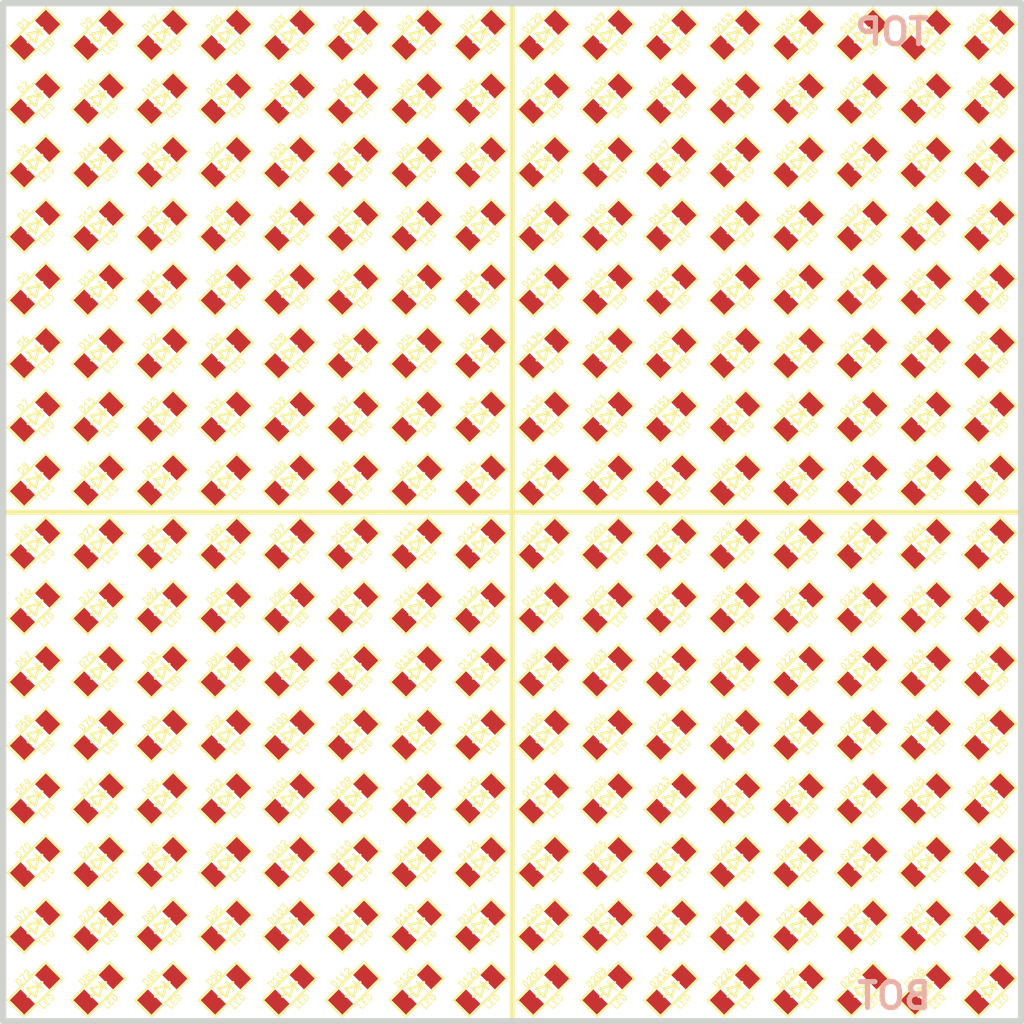
<source format=kicad_pcb>
(kicad_pcb (version 3) (host pcbnew "(2013-jul-07)-stable")
  (layers (15 F.Cu signal) (0 B.Cu signal) (18 B.Paste user) (19 F.Paste user) (20 B.SilkS user) (21 F.SilkS user) (22 B.Mask user) (23 F.Mask user) (28 Edge.Cuts user))
  (net 0 "")
  (net 1 /ROW0_DRV0)
  (net 2 /ROW0_DRV1)
  (net 3 /ROW0_DRV2)
  (net 4 /ROW0_DRV3)
  (net 5 /ROW1_DRV0)
  (net 6 /ROW1_DRV1)
  (net 7 /ROW1_DRV2)
  (net 8 /ROW1_DRV3)
  (net 9 /ROW2_DRV0)
  (net 10 /ROW2_DRV1)
  (net 11 /ROW2_DRV2)
  (net 12 /ROW2_DRV3)
  (net 13 /ROW3_DRV0)
  (net 14 /ROW3_DRV1)
  (net 15 /ROW3_DRV2)
  (net 16 /ROW3_DRV3)
  (net 17 /ROW4_DRV0)
  (net 18 /ROW4_DRV1)
  (net 19 /ROW4_DRV2)
  (net 20 /ROW4_DRV3)
  (net 21 /ROW5_DRV0)
  (net 22 /ROW5_DRV1)
  (net 23 /ROW5_DRV2)
  (net 24 /ROW5_DRV3)
  (net 25 /ROW6_DRV0)
  (net 26 /ROW6_DRV1)
  (net 27 /ROW6_DRV2)
  (net 28 /ROW6_DRV3)
  (net 29 /ROW7_DRV0)
  (net 30 /ROW7_DRV1)
  (net 31 /ROW7_DRV2)
  (net 32 /ROW7_DRV3)
  (net 33 N-00000100)
  (net 34 N-00000103)
  (net 35 N-00000104)
  (net 36 N-00000105)
  (net 37 N-00000116)
  (net 38 N-00000118)
  (net 39 N-00000120)
  (net 40 N-00000121)
  (net 41 N-00000122)
  (net 42 N-00000123)
  (net 43 N-00000126)
  (net 44 N-00000127)
  (net 45 N-0000019)
  (net 46 N-0000020)
  (net 47 N-0000021)
  (net 48 N-0000023)
  (net 49 N-0000024)
  (net 50 N-0000025)
  (net 51 N-0000026)
  (net 52 N-0000027)
  (net 53 N-0000030)
  (net 54 N-0000031)
  (net 55 N-0000032)
  (net 56 N-0000033)
  (net 57 N-0000034)
  (net 58 N-0000035)
  (net 59 N-0000036)
  (net 60 N-0000038)
  (net 61 N-0000096)
  (net 62 N-0000097)
  (net 63 N-0000098)
  (net 64 N-0000099)
  (module LED0603 (layer F.Cu) (at 88.75 61.25 45)
    (fp_text reference D189 (at 0 -0.65 45) (layer F.SilkS) (effects (font (size 0.25 0.25) (thickness 0.05))))
    (fp_text value LED (at 0 0.675 45) (layer F.SilkS) (effects (font (size 0.25 0.25) (thickness 0.05))))
    (pad 1 smd rect (at -0.7 0 45) (size 0.6 0.8) (layers F.Cu F.Paste F.Mask) (net 45 N-0000019))
    (pad 2 smd rect (at 0.7 0 45) (size 0.6 0.8) (layers F.Cu F.Paste F.Mask) (net 19 /ROW4_DRV2))
  )
  (module LED0603 (layer F.Cu) (at 71.25 63.75 45)
    (fp_text reference D134 (at 0 -0.65 45) (layer F.SilkS) (effects (font (size 0.25 0.25) (thickness 0.05))))
    (fp_text value LED (at 0 0.675 45) (layer F.SilkS) (effects (font (size 0.25 0.25) (thickness 0.05))))
    (pad 1 smd rect (at -0.7 0 45) (size 0.6 0.8) (layers F.Cu F.Paste F.Mask) (net 50 N-0000025))
    (pad 2 smd rect (at 0.7 0 45) (size 0.6 0.8) (layers F.Cu F.Paste F.Mask) (net 23 /ROW5_DRV2))
  )
  (module LED0603 (layer F.Cu) (at 73.75 63.75 45)
    (fp_text reference D142 (at 0 -0.65 45) (layer F.SilkS) (effects (font (size 0.25 0.25) (thickness 0.05))))
    (fp_text value LED (at 0 0.675 45) (layer F.SilkS) (effects (font (size 0.25 0.25) (thickness 0.05))))
    (pad 1 smd rect (at -0.7 0 45) (size 0.6 0.8) (layers F.Cu F.Paste F.Mask) (net 51 N-0000026))
    (pad 2 smd rect (at 0.7 0 45) (size 0.6 0.8) (layers F.Cu F.Paste F.Mask) (net 23 /ROW5_DRV2))
  )
  (module LED0603 (layer F.Cu) (at 76.25 63.75 45)
    (fp_text reference D150 (at 0 -0.65 45) (layer F.SilkS) (effects (font (size 0.25 0.25) (thickness 0.05))))
    (fp_text value LED (at 0 0.675 45) (layer F.SilkS) (effects (font (size 0.25 0.25) (thickness 0.05))))
    (pad 1 smd rect (at -0.7 0 45) (size 0.6 0.8) (layers F.Cu F.Paste F.Mask) (net 52 N-0000027))
    (pad 2 smd rect (at 0.7 0 45) (size 0.6 0.8) (layers F.Cu F.Paste F.Mask) (net 23 /ROW5_DRV2))
  )
  (module LED0603 (layer F.Cu) (at 78.75 63.75 45)
    (fp_text reference D158 (at 0 -0.65 45) (layer F.SilkS) (effects (font (size 0.25 0.25) (thickness 0.05))))
    (fp_text value LED (at 0 0.675 45) (layer F.SilkS) (effects (font (size 0.25 0.25) (thickness 0.05))))
    (pad 1 smd rect (at -0.7 0 45) (size 0.6 0.8) (layers F.Cu F.Paste F.Mask) (net 49 N-0000024))
    (pad 2 smd rect (at 0.7 0 45) (size 0.6 0.8) (layers F.Cu F.Paste F.Mask) (net 23 /ROW5_DRV2))
  )
  (module LED0603 (layer F.Cu) (at 81.25 63.75 45)
    (fp_text reference D166 (at 0 -0.65 45) (layer F.SilkS) (effects (font (size 0.25 0.25) (thickness 0.05))))
    (fp_text value LED (at 0 0.675 45) (layer F.SilkS) (effects (font (size 0.25 0.25) (thickness 0.05))))
    (pad 1 smd rect (at -0.7 0 45) (size 0.6 0.8) (layers F.Cu F.Paste F.Mask) (net 46 N-0000020))
    (pad 2 smd rect (at 0.7 0 45) (size 0.6 0.8) (layers F.Cu F.Paste F.Mask) (net 23 /ROW5_DRV2))
  )
  (module LED0603 (layer F.Cu) (at 86.25 58.75 45)
    (fp_text reference D180 (at 0 -0.65 45) (layer F.SilkS) (effects (font (size 0.25 0.25) (thickness 0.05))))
    (fp_text value LED (at 0 0.675 45) (layer F.SilkS) (effects (font (size 0.25 0.25) (thickness 0.05))))
    (pad 1 smd rect (at -0.7 0 45) (size 0.6 0.8) (layers F.Cu F.Paste F.Mask) (net 48 N-0000023))
    (pad 2 smd rect (at 0.7 0 45) (size 0.6 0.8) (layers F.Cu F.Paste F.Mask) (net 15 /ROW3_DRV2))
  )
  (module LED0603 (layer F.Cu) (at 83.75 63.75 45)
    (fp_text reference D174 (at 0 -0.65 45) (layer F.SilkS) (effects (font (size 0.25 0.25) (thickness 0.05))))
    (fp_text value LED (at 0 0.675 45) (layer F.SilkS) (effects (font (size 0.25 0.25) (thickness 0.05))))
    (pad 1 smd rect (at -0.7 0 45) (size 0.6 0.8) (layers F.Cu F.Paste F.Mask) (net 47 N-0000021))
    (pad 2 smd rect (at 0.7 0 45) (size 0.6 0.8) (layers F.Cu F.Paste F.Mask) (net 23 /ROW5_DRV2))
  )
  (module LED0603 (layer F.Cu) (at 86.25 61.25 45)
    (fp_text reference D181 (at 0 -0.65 45) (layer F.SilkS) (effects (font (size 0.25 0.25) (thickness 0.05))))
    (fp_text value LED (at 0 0.675 45) (layer F.SilkS) (effects (font (size 0.25 0.25) (thickness 0.05))))
    (pad 1 smd rect (at -0.7 0 45) (size 0.6 0.8) (layers F.Cu F.Paste F.Mask) (net 48 N-0000023))
    (pad 2 smd rect (at 0.7 0 45) (size 0.6 0.8) (layers F.Cu F.Paste F.Mask) (net 19 /ROW4_DRV2))
  )
  (module LED0603 (layer F.Cu) (at 83.75 61.25 45)
    (fp_text reference D173 (at 0 -0.65 45) (layer F.SilkS) (effects (font (size 0.25 0.25) (thickness 0.05))))
    (fp_text value LED (at 0 0.675 45) (layer F.SilkS) (effects (font (size 0.25 0.25) (thickness 0.05))))
    (pad 1 smd rect (at -0.7 0 45) (size 0.6 0.8) (layers F.Cu F.Paste F.Mask) (net 47 N-0000021))
    (pad 2 smd rect (at 0.7 0 45) (size 0.6 0.8) (layers F.Cu F.Paste F.Mask) (net 19 /ROW4_DRV2))
  )
  (module LED0603 (layer F.Cu) (at 81.25 61.25 45)
    (fp_text reference D165 (at 0 -0.65 45) (layer F.SilkS) (effects (font (size 0.25 0.25) (thickness 0.05))))
    (fp_text value LED (at 0 0.675 45) (layer F.SilkS) (effects (font (size 0.25 0.25) (thickness 0.05))))
    (pad 1 smd rect (at -0.7 0 45) (size 0.6 0.8) (layers F.Cu F.Paste F.Mask) (net 46 N-0000020))
    (pad 2 smd rect (at 0.7 0 45) (size 0.6 0.8) (layers F.Cu F.Paste F.Mask) (net 19 /ROW4_DRV2))
  )
  (module LED0603 (layer F.Cu) (at 78.75 61.25 45)
    (fp_text reference D157 (at 0 -0.65 45) (layer F.SilkS) (effects (font (size 0.25 0.25) (thickness 0.05))))
    (fp_text value LED (at 0 0.675 45) (layer F.SilkS) (effects (font (size 0.25 0.25) (thickness 0.05))))
    (pad 1 smd rect (at -0.7 0 45) (size 0.6 0.8) (layers F.Cu F.Paste F.Mask) (net 49 N-0000024))
    (pad 2 smd rect (at 0.7 0 45) (size 0.6 0.8) (layers F.Cu F.Paste F.Mask) (net 19 /ROW4_DRV2))
  )
  (module LED0603 (layer F.Cu) (at 76.25 61.25 45)
    (fp_text reference D149 (at 0 -0.65 45) (layer F.SilkS) (effects (font (size 0.25 0.25) (thickness 0.05))))
    (fp_text value LED (at 0 0.675 45) (layer F.SilkS) (effects (font (size 0.25 0.25) (thickness 0.05))))
    (pad 1 smd rect (at -0.7 0 45) (size 0.6 0.8) (layers F.Cu F.Paste F.Mask) (net 52 N-0000027))
    (pad 2 smd rect (at 0.7 0 45) (size 0.6 0.8) (layers F.Cu F.Paste F.Mask) (net 19 /ROW4_DRV2))
  )
  (module LED0603 (layer F.Cu) (at 73.75 61.25 45)
    (fp_text reference D141 (at 0 -0.65 45) (layer F.SilkS) (effects (font (size 0.25 0.25) (thickness 0.05))))
    (fp_text value LED (at 0 0.675 45) (layer F.SilkS) (effects (font (size 0.25 0.25) (thickness 0.05))))
    (pad 1 smd rect (at -0.7 0 45) (size 0.6 0.8) (layers F.Cu F.Paste F.Mask) (net 51 N-0000026))
    (pad 2 smd rect (at 0.7 0 45) (size 0.6 0.8) (layers F.Cu F.Paste F.Mask) (net 19 /ROW4_DRV2))
  )
  (module LED0603 (layer F.Cu) (at 71.25 61.25 45)
    (fp_text reference D133 (at 0 -0.65 45) (layer F.SilkS) (effects (font (size 0.25 0.25) (thickness 0.05))))
    (fp_text value LED (at 0 0.675 45) (layer F.SilkS) (effects (font (size 0.25 0.25) (thickness 0.05))))
    (pad 1 smd rect (at -0.7 0 45) (size 0.6 0.8) (layers F.Cu F.Paste F.Mask) (net 50 N-0000025))
    (pad 2 smd rect (at 0.7 0 45) (size 0.6 0.8) (layers F.Cu F.Paste F.Mask) (net 19 /ROW4_DRV2))
  )
  (module LED0603 (layer F.Cu) (at 88.75 58.75 45)
    (fp_text reference D188 (at 0 -0.65 45) (layer F.SilkS) (effects (font (size 0.25 0.25) (thickness 0.05))))
    (fp_text value LED (at 0 0.675 45) (layer F.SilkS) (effects (font (size 0.25 0.25) (thickness 0.05))))
    (pad 1 smd rect (at -0.7 0 45) (size 0.6 0.8) (layers F.Cu F.Paste F.Mask) (net 45 N-0000019))
    (pad 2 smd rect (at 0.7 0 45) (size 0.6 0.8) (layers F.Cu F.Paste F.Mask) (net 15 /ROW3_DRV2))
  )
  (module LED0603 (layer F.Cu) (at 86.25 66.25 45)
    (fp_text reference D183 (at 0 -0.65 45) (layer F.SilkS) (effects (font (size 0.25 0.25) (thickness 0.05))))
    (fp_text value LED (at 0 0.675 45) (layer F.SilkS) (effects (font (size 0.25 0.25) (thickness 0.05))))
    (pad 1 smd rect (at -0.7 0 45) (size 0.6 0.8) (layers F.Cu F.Paste F.Mask) (net 48 N-0000023))
    (pad 2 smd rect (at 0.7 0 45) (size 0.6 0.8) (layers F.Cu F.Paste F.Mask) (net 27 /ROW6_DRV2))
  )
  (module LED0603 (layer F.Cu) (at 78.75 68.75 45)
    (fp_text reference D160 (at 0 -0.65 45) (layer F.SilkS) (effects (font (size 0.25 0.25) (thickness 0.05))))
    (fp_text value LED (at 0 0.675 45) (layer F.SilkS) (effects (font (size 0.25 0.25) (thickness 0.05))))
    (pad 1 smd rect (at -0.7 0 45) (size 0.6 0.8) (layers F.Cu F.Paste F.Mask) (net 49 N-0000024))
    (pad 2 smd rect (at 0.7 0 45) (size 0.6 0.8) (layers F.Cu F.Paste F.Mask) (net 31 /ROW7_DRV2))
  )
  (module LED0603 (layer F.Cu) (at 81.25 68.75 45)
    (fp_text reference D168 (at 0 -0.65 45) (layer F.SilkS) (effects (font (size 0.25 0.25) (thickness 0.05))))
    (fp_text value LED (at 0 0.675 45) (layer F.SilkS) (effects (font (size 0.25 0.25) (thickness 0.05))))
    (pad 1 smd rect (at -0.7 0 45) (size 0.6 0.8) (layers F.Cu F.Paste F.Mask) (net 46 N-0000020))
    (pad 2 smd rect (at 0.7 0 45) (size 0.6 0.8) (layers F.Cu F.Paste F.Mask) (net 31 /ROW7_DRV2))
  )
  (module LED0603 (layer F.Cu) (at 66.25 88.75 45)
    (fp_text reference D120 (at 0 -0.65 45) (layer F.SilkS) (effects (font (size 0.25 0.25) (thickness 0.05))))
    (fp_text value LED (at 0 0.675 45) (layer F.SilkS) (effects (font (size 0.25 0.25) (thickness 0.05))))
    (pad 1 smd rect (at -0.7 0 45) (size 0.6 0.8) (layers F.Cu F.Paste F.Mask) (net 64 N-0000099))
    (pad 2 smd rect (at 0.7 0 45) (size 0.6 0.8) (layers F.Cu F.Paste F.Mask) (net 30 /ROW7_DRV1))
  )
  (module LED0603 (layer F.Cu) (at 83.75 68.75 45)
    (fp_text reference D176 (at 0 -0.65 45) (layer F.SilkS) (effects (font (size 0.25 0.25) (thickness 0.05))))
    (fp_text value LED (at 0 0.675 45) (layer F.SilkS) (effects (font (size 0.25 0.25) (thickness 0.05))))
    (pad 1 smd rect (at -0.7 0 45) (size 0.6 0.8) (layers F.Cu F.Paste F.Mask) (net 47 N-0000021))
    (pad 2 smd rect (at 0.7 0 45) (size 0.6 0.8) (layers F.Cu F.Paste F.Mask) (net 31 /ROW7_DRV2))
  )
  (module LED0603 (layer F.Cu) (at 76.25 68.75 45)
    (fp_text reference D152 (at 0 -0.65 45) (layer F.SilkS) (effects (font (size 0.25 0.25) (thickness 0.05))))
    (fp_text value LED (at 0 0.675 45) (layer F.SilkS) (effects (font (size 0.25 0.25) (thickness 0.05))))
    (pad 1 smd rect (at -0.7 0 45) (size 0.6 0.8) (layers F.Cu F.Paste F.Mask) (net 52 N-0000027))
    (pad 2 smd rect (at 0.7 0 45) (size 0.6 0.8) (layers F.Cu F.Paste F.Mask) (net 31 /ROW7_DRV2))
  )
  (module LED0603 (layer F.Cu) (at 73.75 68.75 45)
    (fp_text reference D144 (at 0 -0.65 45) (layer F.SilkS) (effects (font (size 0.25 0.25) (thickness 0.05))))
    (fp_text value LED (at 0 0.675 45) (layer F.SilkS) (effects (font (size 0.25 0.25) (thickness 0.05))))
    (pad 1 smd rect (at -0.7 0 45) (size 0.6 0.8) (layers F.Cu F.Paste F.Mask) (net 51 N-0000026))
    (pad 2 smd rect (at 0.7 0 45) (size 0.6 0.8) (layers F.Cu F.Paste F.Mask) (net 31 /ROW7_DRV2))
  )
  (module LED0603 (layer F.Cu) (at 71.25 68.75 45)
    (fp_text reference D136 (at 0 -0.65 45) (layer F.SilkS) (effects (font (size 0.25 0.25) (thickness 0.05))))
    (fp_text value LED (at 0 0.675 45) (layer F.SilkS) (effects (font (size 0.25 0.25) (thickness 0.05))))
    (pad 1 smd rect (at -0.7 0 45) (size 0.6 0.8) (layers F.Cu F.Paste F.Mask) (net 50 N-0000025))
    (pad 2 smd rect (at 0.7 0 45) (size 0.6 0.8) (layers F.Cu F.Paste F.Mask) (net 31 /ROW7_DRV2))
  )
  (module LED0603 (layer F.Cu) (at 88.75 66.25 45)
    (fp_text reference D191 (at 0 -0.65 45) (layer F.SilkS) (effects (font (size 0.25 0.25) (thickness 0.05))))
    (fp_text value LED (at 0 0.675 45) (layer F.SilkS) (effects (font (size 0.25 0.25) (thickness 0.05))))
    (pad 1 smd rect (at -0.7 0 45) (size 0.6 0.8) (layers F.Cu F.Paste F.Mask) (net 45 N-0000019))
    (pad 2 smd rect (at 0.7 0 45) (size 0.6 0.8) (layers F.Cu F.Paste F.Mask) (net 27 /ROW6_DRV2))
  )
  (module LED0603 (layer F.Cu) (at 86.25 63.75 45)
    (fp_text reference D182 (at 0 -0.65 45) (layer F.SilkS) (effects (font (size 0.25 0.25) (thickness 0.05))))
    (fp_text value LED (at 0 0.675 45) (layer F.SilkS) (effects (font (size 0.25 0.25) (thickness 0.05))))
    (pad 1 smd rect (at -0.7 0 45) (size 0.6 0.8) (layers F.Cu F.Paste F.Mask) (net 48 N-0000023))
    (pad 2 smd rect (at 0.7 0 45) (size 0.6 0.8) (layers F.Cu F.Paste F.Mask) (net 23 /ROW5_DRV2))
  )
  (module LED0603 (layer F.Cu) (at 83.75 66.25 45)
    (fp_text reference D175 (at 0 -0.65 45) (layer F.SilkS) (effects (font (size 0.25 0.25) (thickness 0.05))))
    (fp_text value LED (at 0 0.675 45) (layer F.SilkS) (effects (font (size 0.25 0.25) (thickness 0.05))))
    (pad 1 smd rect (at -0.7 0 45) (size 0.6 0.8) (layers F.Cu F.Paste F.Mask) (net 47 N-0000021))
    (pad 2 smd rect (at 0.7 0 45) (size 0.6 0.8) (layers F.Cu F.Paste F.Mask) (net 27 /ROW6_DRV2))
  )
  (module LED0603 (layer F.Cu) (at 81.25 66.25 45)
    (fp_text reference D167 (at 0 -0.65 45) (layer F.SilkS) (effects (font (size 0.25 0.25) (thickness 0.05))))
    (fp_text value LED (at 0 0.675 45) (layer F.SilkS) (effects (font (size 0.25 0.25) (thickness 0.05))))
    (pad 1 smd rect (at -0.7 0 45) (size 0.6 0.8) (layers F.Cu F.Paste F.Mask) (net 46 N-0000020))
    (pad 2 smd rect (at 0.7 0 45) (size 0.6 0.8) (layers F.Cu F.Paste F.Mask) (net 27 /ROW6_DRV2))
  )
  (module LED0603 (layer F.Cu) (at 78.75 66.25 45)
    (fp_text reference D159 (at 0 -0.65 45) (layer F.SilkS) (effects (font (size 0.25 0.25) (thickness 0.05))))
    (fp_text value LED (at 0 0.675 45) (layer F.SilkS) (effects (font (size 0.25 0.25) (thickness 0.05))))
    (pad 1 smd rect (at -0.7 0 45) (size 0.6 0.8) (layers F.Cu F.Paste F.Mask) (net 49 N-0000024))
    (pad 2 smd rect (at 0.7 0 45) (size 0.6 0.8) (layers F.Cu F.Paste F.Mask) (net 27 /ROW6_DRV2))
  )
  (module LED0603 (layer F.Cu) (at 76.25 66.25 45)
    (fp_text reference D151 (at 0 -0.65 45) (layer F.SilkS) (effects (font (size 0.25 0.25) (thickness 0.05))))
    (fp_text value LED (at 0 0.675 45) (layer F.SilkS) (effects (font (size 0.25 0.25) (thickness 0.05))))
    (pad 1 smd rect (at -0.7 0 45) (size 0.6 0.8) (layers F.Cu F.Paste F.Mask) (net 52 N-0000027))
    (pad 2 smd rect (at 0.7 0 45) (size 0.6 0.8) (layers F.Cu F.Paste F.Mask) (net 27 /ROW6_DRV2))
  )
  (module LED0603 (layer F.Cu) (at 73.75 66.25 45)
    (fp_text reference D143 (at 0 -0.65 45) (layer F.SilkS) (effects (font (size 0.25 0.25) (thickness 0.05))))
    (fp_text value LED (at 0 0.675 45) (layer F.SilkS) (effects (font (size 0.25 0.25) (thickness 0.05))))
    (pad 1 smd rect (at -0.7 0 45) (size 0.6 0.8) (layers F.Cu F.Paste F.Mask) (net 51 N-0000026))
    (pad 2 smd rect (at 0.7 0 45) (size 0.6 0.8) (layers F.Cu F.Paste F.Mask) (net 27 /ROW6_DRV2))
  )
  (module LED0603 (layer F.Cu) (at 71.25 66.25 45)
    (fp_text reference D135 (at 0 -0.65 45) (layer F.SilkS) (effects (font (size 0.25 0.25) (thickness 0.05))))
    (fp_text value LED (at 0 0.675 45) (layer F.SilkS) (effects (font (size 0.25 0.25) (thickness 0.05))))
    (pad 1 smd rect (at -0.7 0 45) (size 0.6 0.8) (layers F.Cu F.Paste F.Mask) (net 50 N-0000025))
    (pad 2 smd rect (at 0.7 0 45) (size 0.6 0.8) (layers F.Cu F.Paste F.Mask) (net 27 /ROW6_DRV2))
  )
  (module LED0603 (layer F.Cu) (at 88.75 63.75 45)
    (fp_text reference D190 (at 0 -0.65 45) (layer F.SilkS) (effects (font (size 0.25 0.25) (thickness 0.05))))
    (fp_text value LED (at 0 0.675 45) (layer F.SilkS) (effects (font (size 0.25 0.25) (thickness 0.05))))
    (pad 1 smd rect (at -0.7 0 45) (size 0.6 0.8) (layers F.Cu F.Paste F.Mask) (net 45 N-0000019))
    (pad 2 smd rect (at 0.7 0 45) (size 0.6 0.8) (layers F.Cu F.Paste F.Mask) (net 23 /ROW5_DRV2))
  )
  (module LED0603 (layer F.Cu) (at 83.75 53.75 45)
    (fp_text reference D170 (at 0 -0.65 45) (layer F.SilkS) (effects (font (size 0.25 0.25) (thickness 0.05))))
    (fp_text value LED (at 0 0.675 45) (layer F.SilkS) (effects (font (size 0.25 0.25) (thickness 0.05))))
    (pad 1 smd rect (at -0.7 0 45) (size 0.6 0.8) (layers F.Cu F.Paste F.Mask) (net 47 N-0000021))
    (pad 2 smd rect (at 0.7 0 45) (size 0.6 0.8) (layers F.Cu F.Paste F.Mask) (net 7 /ROW1_DRV2))
  )
  (module LED0603 (layer F.Cu) (at 88.75 88.75 45)
    (fp_text reference D256 (at 0 -0.65 45) (layer F.SilkS) (effects (font (size 0.25 0.25) (thickness 0.05))))
    (fp_text value LED (at 0 0.675 45) (layer F.SilkS) (effects (font (size 0.25 0.25) (thickness 0.05))))
    (pad 1 smd rect (at -0.7 0 45) (size 0.6 0.8) (layers F.Cu F.Paste F.Mask) (net 58 N-0000035))
    (pad 2 smd rect (at 0.7 0 45) (size 0.6 0.8) (layers F.Cu F.Paste F.Mask) (net 32 /ROW7_DRV3))
  )
  (module LED0603 (layer F.Cu) (at 68.75 88.75 45)
    (fp_text reference D128 (at 0 -0.65 45) (layer F.SilkS) (effects (font (size 0.25 0.25) (thickness 0.05))))
    (fp_text value LED (at 0 0.675 45) (layer F.SilkS) (effects (font (size 0.25 0.25) (thickness 0.05))))
    (pad 1 smd rect (at -0.7 0 45) (size 0.6 0.8) (layers F.Cu F.Paste F.Mask) (net 33 N-00000100))
    (pad 2 smd rect (at 0.7 0 45) (size 0.6 0.8) (layers F.Cu F.Paste F.Mask) (net 30 /ROW7_DRV1))
  )
  (module LED0603 (layer F.Cu) (at 71.25 51.25 45)
    (fp_text reference D129 (at 0 -0.65 45) (layer F.SilkS) (effects (font (size 0.25 0.25) (thickness 0.05))))
    (fp_text value LED (at 0 0.675 45) (layer F.SilkS) (effects (font (size 0.25 0.25) (thickness 0.05))))
    (pad 1 smd rect (at -0.7 0 45) (size 0.6 0.8) (layers F.Cu F.Paste F.Mask) (net 50 N-0000025))
    (pad 2 smd rect (at 0.7 0 45) (size 0.6 0.8) (layers F.Cu F.Paste F.Mask) (net 3 /ROW0_DRV2))
  )
  (module LED0603 (layer F.Cu) (at 73.75 51.25 45)
    (fp_text reference D137 (at 0 -0.65 45) (layer F.SilkS) (effects (font (size 0.25 0.25) (thickness 0.05))))
    (fp_text value LED (at 0 0.675 45) (layer F.SilkS) (effects (font (size 0.25 0.25) (thickness 0.05))))
    (pad 1 smd rect (at -0.7 0 45) (size 0.6 0.8) (layers F.Cu F.Paste F.Mask) (net 51 N-0000026))
    (pad 2 smd rect (at 0.7 0 45) (size 0.6 0.8) (layers F.Cu F.Paste F.Mask) (net 3 /ROW0_DRV2))
  )
  (module LED0603 (layer F.Cu) (at 76.25 51.25 45)
    (fp_text reference D145 (at 0 -0.65 45) (layer F.SilkS) (effects (font (size 0.25 0.25) (thickness 0.05))))
    (fp_text value LED (at 0 0.675 45) (layer F.SilkS) (effects (font (size 0.25 0.25) (thickness 0.05))))
    (pad 1 smd rect (at -0.7 0 45) (size 0.6 0.8) (layers F.Cu F.Paste F.Mask) (net 52 N-0000027))
    (pad 2 smd rect (at 0.7 0 45) (size 0.6 0.8) (layers F.Cu F.Paste F.Mask) (net 3 /ROW0_DRV2))
  )
  (module LED0603 (layer F.Cu) (at 78.75 51.25 45)
    (fp_text reference D153 (at 0 -0.65 45) (layer F.SilkS) (effects (font (size 0.25 0.25) (thickness 0.05))))
    (fp_text value LED (at 0 0.675 45) (layer F.SilkS) (effects (font (size 0.25 0.25) (thickness 0.05))))
    (pad 1 smd rect (at -0.7 0 45) (size 0.6 0.8) (layers F.Cu F.Paste F.Mask) (net 49 N-0000024))
    (pad 2 smd rect (at 0.7 0 45) (size 0.6 0.8) (layers F.Cu F.Paste F.Mask) (net 3 /ROW0_DRV2))
  )
  (module LED0603 (layer F.Cu) (at 81.25 51.25 45)
    (fp_text reference D161 (at 0 -0.65 45) (layer F.SilkS) (effects (font (size 0.25 0.25) (thickness 0.05))))
    (fp_text value LED (at 0 0.675 45) (layer F.SilkS) (effects (font (size 0.25 0.25) (thickness 0.05))))
    (pad 1 smd rect (at -0.7 0 45) (size 0.6 0.8) (layers F.Cu F.Paste F.Mask) (net 46 N-0000020))
    (pad 2 smd rect (at 0.7 0 45) (size 0.6 0.8) (layers F.Cu F.Paste F.Mask) (net 3 /ROW0_DRV2))
  )
  (module LED0603 (layer F.Cu) (at 83.75 51.25 45)
    (fp_text reference D169 (at 0 -0.65 45) (layer F.SilkS) (effects (font (size 0.25 0.25) (thickness 0.05))))
    (fp_text value LED (at 0 0.675 45) (layer F.SilkS) (effects (font (size 0.25 0.25) (thickness 0.05))))
    (pad 1 smd rect (at -0.7 0 45) (size 0.6 0.8) (layers F.Cu F.Paste F.Mask) (net 47 N-0000021))
    (pad 2 smd rect (at 0.7 0 45) (size 0.6 0.8) (layers F.Cu F.Paste F.Mask) (net 3 /ROW0_DRV2))
  )
  (module LED0603 (layer F.Cu) (at 86.25 51.25 45)
    (fp_text reference D177 (at 0 -0.65 45) (layer F.SilkS) (effects (font (size 0.25 0.25) (thickness 0.05))))
    (fp_text value LED (at 0 0.675 45) (layer F.SilkS) (effects (font (size 0.25 0.25) (thickness 0.05))))
    (pad 1 smd rect (at -0.7 0 45) (size 0.6 0.8) (layers F.Cu F.Paste F.Mask) (net 48 N-0000023))
    (pad 2 smd rect (at 0.7 0 45) (size 0.6 0.8) (layers F.Cu F.Paste F.Mask) (net 3 /ROW0_DRV2))
  )
  (module LED0603 (layer F.Cu) (at 88.75 51.25 45)
    (fp_text reference D185 (at 0 -0.65 45) (layer F.SilkS) (effects (font (size 0.25 0.25) (thickness 0.05))))
    (fp_text value LED (at 0 0.675 45) (layer F.SilkS) (effects (font (size 0.25 0.25) (thickness 0.05))))
    (pad 1 smd rect (at -0.7 0 45) (size 0.6 0.8) (layers F.Cu F.Paste F.Mask) (net 45 N-0000019))
    (pad 2 smd rect (at 0.7 0 45) (size 0.6 0.8) (layers F.Cu F.Paste F.Mask) (net 3 /ROW0_DRV2))
  )
  (module LED0603 (layer F.Cu) (at 71.25 53.75 45)
    (fp_text reference D130 (at 0 -0.65 45) (layer F.SilkS) (effects (font (size 0.25 0.25) (thickness 0.05))))
    (fp_text value LED (at 0 0.675 45) (layer F.SilkS) (effects (font (size 0.25 0.25) (thickness 0.05))))
    (pad 1 smd rect (at -0.7 0 45) (size 0.6 0.8) (layers F.Cu F.Paste F.Mask) (net 50 N-0000025))
    (pad 2 smd rect (at 0.7 0 45) (size 0.6 0.8) (layers F.Cu F.Paste F.Mask) (net 7 /ROW1_DRV2))
  )
  (module LED0603 (layer F.Cu) (at 73.75 53.75 45)
    (fp_text reference D138 (at 0 -0.65 45) (layer F.SilkS) (effects (font (size 0.25 0.25) (thickness 0.05))))
    (fp_text value LED (at 0 0.675 45) (layer F.SilkS) (effects (font (size 0.25 0.25) (thickness 0.05))))
    (pad 1 smd rect (at -0.7 0 45) (size 0.6 0.8) (layers F.Cu F.Paste F.Mask) (net 51 N-0000026))
    (pad 2 smd rect (at 0.7 0 45) (size 0.6 0.8) (layers F.Cu F.Paste F.Mask) (net 7 /ROW1_DRV2))
  )
  (module LED0603 (layer F.Cu) (at 76.25 53.75 45)
    (fp_text reference D146 (at 0 -0.65 45) (layer F.SilkS) (effects (font (size 0.25 0.25) (thickness 0.05))))
    (fp_text value LED (at 0 0.675 45) (layer F.SilkS) (effects (font (size 0.25 0.25) (thickness 0.05))))
    (pad 1 smd rect (at -0.7 0 45) (size 0.6 0.8) (layers F.Cu F.Paste F.Mask) (net 52 N-0000027))
    (pad 2 smd rect (at 0.7 0 45) (size 0.6 0.8) (layers F.Cu F.Paste F.Mask) (net 7 /ROW1_DRV2))
  )
  (module LED0603 (layer F.Cu) (at 78.75 53.75 45)
    (fp_text reference D154 (at 0 -0.65 45) (layer F.SilkS) (effects (font (size 0.25 0.25) (thickness 0.05))))
    (fp_text value LED (at 0 0.675 45) (layer F.SilkS) (effects (font (size 0.25 0.25) (thickness 0.05))))
    (pad 1 smd rect (at -0.7 0 45) (size 0.6 0.8) (layers F.Cu F.Paste F.Mask) (net 49 N-0000024))
    (pad 2 smd rect (at 0.7 0 45) (size 0.6 0.8) (layers F.Cu F.Paste F.Mask) (net 7 /ROW1_DRV2))
  )
  (module LED0603 (layer F.Cu) (at 81.25 53.75 45)
    (fp_text reference D162 (at 0 -0.65 45) (layer F.SilkS) (effects (font (size 0.25 0.25) (thickness 0.05))))
    (fp_text value LED (at 0 0.675 45) (layer F.SilkS) (effects (font (size 0.25 0.25) (thickness 0.05))))
    (pad 1 smd rect (at -0.7 0 45) (size 0.6 0.8) (layers F.Cu F.Paste F.Mask) (net 46 N-0000020))
    (pad 2 smd rect (at 0.7 0 45) (size 0.6 0.8) (layers F.Cu F.Paste F.Mask) (net 7 /ROW1_DRV2))
  )
  (module LED0603 (layer F.Cu) (at 83.75 58.75 45)
    (fp_text reference D172 (at 0 -0.65 45) (layer F.SilkS) (effects (font (size 0.25 0.25) (thickness 0.05))))
    (fp_text value LED (at 0 0.675 45) (layer F.SilkS) (effects (font (size 0.25 0.25) (thickness 0.05))))
    (pad 1 smd rect (at -0.7 0 45) (size 0.6 0.8) (layers F.Cu F.Paste F.Mask) (net 47 N-0000021))
    (pad 2 smd rect (at 0.7 0 45) (size 0.6 0.8) (layers F.Cu F.Paste F.Mask) (net 15 /ROW3_DRV2))
  )
  (module LED0603 (layer F.Cu) (at 86.25 53.75 45)
    (fp_text reference D178 (at 0 -0.65 45) (layer F.SilkS) (effects (font (size 0.25 0.25) (thickness 0.05))))
    (fp_text value LED (at 0 0.675 45) (layer F.SilkS) (effects (font (size 0.25 0.25) (thickness 0.05))))
    (pad 1 smd rect (at -0.7 0 45) (size 0.6 0.8) (layers F.Cu F.Paste F.Mask) (net 48 N-0000023))
    (pad 2 smd rect (at 0.7 0 45) (size 0.6 0.8) (layers F.Cu F.Paste F.Mask) (net 7 /ROW1_DRV2))
  )
  (module LED0603 (layer F.Cu) (at 88.75 53.75 45)
    (fp_text reference D186 (at 0 -0.65 45) (layer F.SilkS) (effects (font (size 0.25 0.25) (thickness 0.05))))
    (fp_text value LED (at 0 0.675 45) (layer F.SilkS) (effects (font (size 0.25 0.25) (thickness 0.05))))
    (pad 1 smd rect (at -0.7 0 45) (size 0.6 0.8) (layers F.Cu F.Paste F.Mask) (net 45 N-0000019))
    (pad 2 smd rect (at 0.7 0 45) (size 0.6 0.8) (layers F.Cu F.Paste F.Mask) (net 7 /ROW1_DRV2))
  )
  (module LED0603 (layer F.Cu) (at 71.25 56.25 45)
    (fp_text reference D131 (at 0 -0.65 45) (layer F.SilkS) (effects (font (size 0.25 0.25) (thickness 0.05))))
    (fp_text value LED (at 0 0.675 45) (layer F.SilkS) (effects (font (size 0.25 0.25) (thickness 0.05))))
    (pad 1 smd rect (at -0.7 0 45) (size 0.6 0.8) (layers F.Cu F.Paste F.Mask) (net 50 N-0000025))
    (pad 2 smd rect (at 0.7 0 45) (size 0.6 0.8) (layers F.Cu F.Paste F.Mask) (net 11 /ROW2_DRV2))
  )
  (module LED0603 (layer F.Cu) (at 73.75 56.25 45)
    (fp_text reference D139 (at 0 -0.65 45) (layer F.SilkS) (effects (font (size 0.25 0.25) (thickness 0.05))))
    (fp_text value LED (at 0 0.675 45) (layer F.SilkS) (effects (font (size 0.25 0.25) (thickness 0.05))))
    (pad 1 smd rect (at -0.7 0 45) (size 0.6 0.8) (layers F.Cu F.Paste F.Mask) (net 51 N-0000026))
    (pad 2 smd rect (at 0.7 0 45) (size 0.6 0.8) (layers F.Cu F.Paste F.Mask) (net 11 /ROW2_DRV2))
  )
  (module LED0603 (layer F.Cu) (at 76.25 56.25 45)
    (fp_text reference D147 (at 0 -0.65 45) (layer F.SilkS) (effects (font (size 0.25 0.25) (thickness 0.05))))
    (fp_text value LED (at 0 0.675 45) (layer F.SilkS) (effects (font (size 0.25 0.25) (thickness 0.05))))
    (pad 1 smd rect (at -0.7 0 45) (size 0.6 0.8) (layers F.Cu F.Paste F.Mask) (net 52 N-0000027))
    (pad 2 smd rect (at 0.7 0 45) (size 0.6 0.8) (layers F.Cu F.Paste F.Mask) (net 11 /ROW2_DRV2))
  )
  (module LED0603 (layer F.Cu) (at 78.75 56.25 45)
    (fp_text reference D155 (at 0 -0.65 45) (layer F.SilkS) (effects (font (size 0.25 0.25) (thickness 0.05))))
    (fp_text value LED (at 0 0.675 45) (layer F.SilkS) (effects (font (size 0.25 0.25) (thickness 0.05))))
    (pad 1 smd rect (at -0.7 0 45) (size 0.6 0.8) (layers F.Cu F.Paste F.Mask) (net 49 N-0000024))
    (pad 2 smd rect (at 0.7 0 45) (size 0.6 0.8) (layers F.Cu F.Paste F.Mask) (net 11 /ROW2_DRV2))
  )
  (module LED0603 (layer F.Cu) (at 81.25 56.25 45)
    (fp_text reference D163 (at 0 -0.65 45) (layer F.SilkS) (effects (font (size 0.25 0.25) (thickness 0.05))))
    (fp_text value LED (at 0 0.675 45) (layer F.SilkS) (effects (font (size 0.25 0.25) (thickness 0.05))))
    (pad 1 smd rect (at -0.7 0 45) (size 0.6 0.8) (layers F.Cu F.Paste F.Mask) (net 46 N-0000020))
    (pad 2 smd rect (at 0.7 0 45) (size 0.6 0.8) (layers F.Cu F.Paste F.Mask) (net 11 /ROW2_DRV2))
  )
  (module LED0603 (layer F.Cu) (at 83.75 56.25 45)
    (fp_text reference D171 (at 0 -0.65 45) (layer F.SilkS) (effects (font (size 0.25 0.25) (thickness 0.05))))
    (fp_text value LED (at 0 0.675 45) (layer F.SilkS) (effects (font (size 0.25 0.25) (thickness 0.05))))
    (pad 1 smd rect (at -0.7 0 45) (size 0.6 0.8) (layers F.Cu F.Paste F.Mask) (net 47 N-0000021))
    (pad 2 smd rect (at 0.7 0 45) (size 0.6 0.8) (layers F.Cu F.Paste F.Mask) (net 11 /ROW2_DRV2))
  )
  (module LED0603 (layer F.Cu) (at 86.25 56.25 45)
    (fp_text reference D179 (at 0 -0.65 45) (layer F.SilkS) (effects (font (size 0.25 0.25) (thickness 0.05))))
    (fp_text value LED (at 0 0.675 45) (layer F.SilkS) (effects (font (size 0.25 0.25) (thickness 0.05))))
    (pad 1 smd rect (at -0.7 0 45) (size 0.6 0.8) (layers F.Cu F.Paste F.Mask) (net 48 N-0000023))
    (pad 2 smd rect (at 0.7 0 45) (size 0.6 0.8) (layers F.Cu F.Paste F.Mask) (net 11 /ROW2_DRV2))
  )
  (module LED0603 (layer F.Cu) (at 88.75 56.25 45)
    (fp_text reference D187 (at 0 -0.65 45) (layer F.SilkS) (effects (font (size 0.25 0.25) (thickness 0.05))))
    (fp_text value LED (at 0 0.675 45) (layer F.SilkS) (effects (font (size 0.25 0.25) (thickness 0.05))))
    (pad 1 smd rect (at -0.7 0 45) (size 0.6 0.8) (layers F.Cu F.Paste F.Mask) (net 45 N-0000019))
    (pad 2 smd rect (at 0.7 0 45) (size 0.6 0.8) (layers F.Cu F.Paste F.Mask) (net 11 /ROW2_DRV2))
  )
  (module LED0603 (layer F.Cu) (at 71.25 58.75 45)
    (fp_text reference D132 (at 0 -0.65 45) (layer F.SilkS) (effects (font (size 0.25 0.25) (thickness 0.05))))
    (fp_text value LED (at 0 0.675 45) (layer F.SilkS) (effects (font (size 0.25 0.25) (thickness 0.05))))
    (pad 1 smd rect (at -0.7 0 45) (size 0.6 0.8) (layers F.Cu F.Paste F.Mask) (net 50 N-0000025))
    (pad 2 smd rect (at 0.7 0 45) (size 0.6 0.8) (layers F.Cu F.Paste F.Mask) (net 15 /ROW3_DRV2))
  )
  (module LED0603 (layer F.Cu) (at 73.75 58.75 45)
    (fp_text reference D140 (at 0 -0.65 45) (layer F.SilkS) (effects (font (size 0.25 0.25) (thickness 0.05))))
    (fp_text value LED (at 0 0.675 45) (layer F.SilkS) (effects (font (size 0.25 0.25) (thickness 0.05))))
    (pad 1 smd rect (at -0.7 0 45) (size 0.6 0.8) (layers F.Cu F.Paste F.Mask) (net 51 N-0000026))
    (pad 2 smd rect (at 0.7 0 45) (size 0.6 0.8) (layers F.Cu F.Paste F.Mask) (net 15 /ROW3_DRV2))
  )
  (module LED0603 (layer F.Cu) (at 76.25 58.75 45)
    (fp_text reference D148 (at 0 -0.65 45) (layer F.SilkS) (effects (font (size 0.25 0.25) (thickness 0.05))))
    (fp_text value LED (at 0 0.675 45) (layer F.SilkS) (effects (font (size 0.25 0.25) (thickness 0.05))))
    (pad 1 smd rect (at -0.7 0 45) (size 0.6 0.8) (layers F.Cu F.Paste F.Mask) (net 52 N-0000027))
    (pad 2 smd rect (at 0.7 0 45) (size 0.6 0.8) (layers F.Cu F.Paste F.Mask) (net 15 /ROW3_DRV2))
  )
  (module LED0603 (layer F.Cu) (at 78.75 58.75 45)
    (fp_text reference D156 (at 0 -0.65 45) (layer F.SilkS) (effects (font (size 0.25 0.25) (thickness 0.05))))
    (fp_text value LED (at 0 0.675 45) (layer F.SilkS) (effects (font (size 0.25 0.25) (thickness 0.05))))
    (pad 1 smd rect (at -0.7 0 45) (size 0.6 0.8) (layers F.Cu F.Paste F.Mask) (net 49 N-0000024))
    (pad 2 smd rect (at 0.7 0 45) (size 0.6 0.8) (layers F.Cu F.Paste F.Mask) (net 15 /ROW3_DRV2))
  )
  (module LED0603 (layer F.Cu) (at 81.25 58.75 45)
    (fp_text reference D164 (at 0 -0.65 45) (layer F.SilkS) (effects (font (size 0.25 0.25) (thickness 0.05))))
    (fp_text value LED (at 0 0.675 45) (layer F.SilkS) (effects (font (size 0.25 0.25) (thickness 0.05))))
    (pad 1 smd rect (at -0.7 0 45) (size 0.6 0.8) (layers F.Cu F.Paste F.Mask) (net 46 N-0000020))
    (pad 2 smd rect (at 0.7 0 45) (size 0.6 0.8) (layers F.Cu F.Paste F.Mask) (net 15 /ROW3_DRV2))
  )
  (module LED0603 (layer F.Cu) (at 86.25 81.25 45)
    (fp_text reference D245 (at 0 -0.65 45) (layer F.SilkS) (effects (font (size 0.25 0.25) (thickness 0.05))))
    (fp_text value LED (at 0 0.675 45) (layer F.SilkS) (effects (font (size 0.25 0.25) (thickness 0.05))))
    (pad 1 smd rect (at -0.7 0 45) (size 0.6 0.8) (layers F.Cu F.Paste F.Mask) (net 57 N-0000034))
    (pad 2 smd rect (at 0.7 0 45) (size 0.6 0.8) (layers F.Cu F.Paste F.Mask) (net 20 /ROW4_DRV3))
  )
  (module LED0603 (layer F.Cu) (at 86.25 83.75 45)
    (fp_text reference D246 (at 0 -0.65 45) (layer F.SilkS) (effects (font (size 0.25 0.25) (thickness 0.05))))
    (fp_text value LED (at 0 0.675 45) (layer F.SilkS) (effects (font (size 0.25 0.25) (thickness 0.05))))
    (pad 1 smd rect (at -0.7 0 45) (size 0.6 0.8) (layers F.Cu F.Paste F.Mask) (net 57 N-0000034))
    (pad 2 smd rect (at 0.7 0 45) (size 0.6 0.8) (layers F.Cu F.Paste F.Mask) (net 24 /ROW5_DRV3))
  )
  (module LED0603 (layer F.Cu) (at 83.75 83.75 45)
    (fp_text reference D238 (at 0 -0.65 45) (layer F.SilkS) (effects (font (size 0.25 0.25) (thickness 0.05))))
    (fp_text value LED (at 0 0.675 45) (layer F.SilkS) (effects (font (size 0.25 0.25) (thickness 0.05))))
    (pad 1 smd rect (at -0.7 0 45) (size 0.6 0.8) (layers F.Cu F.Paste F.Mask) (net 56 N-0000033))
    (pad 2 smd rect (at 0.7 0 45) (size 0.6 0.8) (layers F.Cu F.Paste F.Mask) (net 24 /ROW5_DRV3))
  )
  (module LED0603 (layer F.Cu) (at 81.25 83.75 45)
    (fp_text reference D230 (at 0 -0.65 45) (layer F.SilkS) (effects (font (size 0.25 0.25) (thickness 0.05))))
    (fp_text value LED (at 0 0.675 45) (layer F.SilkS) (effects (font (size 0.25 0.25) (thickness 0.05))))
    (pad 1 smd rect (at -0.7 0 45) (size 0.6 0.8) (layers F.Cu F.Paste F.Mask) (net 59 N-0000036))
    (pad 2 smd rect (at 0.7 0 45) (size 0.6 0.8) (layers F.Cu F.Paste F.Mask) (net 24 /ROW5_DRV3))
  )
  (module LED0603 (layer F.Cu) (at 78.75 83.75 45)
    (fp_text reference D222 (at 0 -0.65 45) (layer F.SilkS) (effects (font (size 0.25 0.25) (thickness 0.05))))
    (fp_text value LED (at 0 0.675 45) (layer F.SilkS) (effects (font (size 0.25 0.25) (thickness 0.05))))
    (pad 1 smd rect (at -0.7 0 45) (size 0.6 0.8) (layers F.Cu F.Paste F.Mask) (net 55 N-0000032))
    (pad 2 smd rect (at 0.7 0 45) (size 0.6 0.8) (layers F.Cu F.Paste F.Mask) (net 24 /ROW5_DRV3))
  )
  (module LED0603 (layer F.Cu) (at 76.25 83.75 45)
    (fp_text reference D214 (at 0 -0.65 45) (layer F.SilkS) (effects (font (size 0.25 0.25) (thickness 0.05))))
    (fp_text value LED (at 0 0.675 45) (layer F.SilkS) (effects (font (size 0.25 0.25) (thickness 0.05))))
    (pad 1 smd rect (at -0.7 0 45) (size 0.6 0.8) (layers F.Cu F.Paste F.Mask) (net 54 N-0000031))
    (pad 2 smd rect (at 0.7 0 45) (size 0.6 0.8) (layers F.Cu F.Paste F.Mask) (net 24 /ROW5_DRV3))
  )
  (module LED0603 (layer F.Cu) (at 73.75 83.75 45)
    (fp_text reference D206 (at 0 -0.65 45) (layer F.SilkS) (effects (font (size 0.25 0.25) (thickness 0.05))))
    (fp_text value LED (at 0 0.675 45) (layer F.SilkS) (effects (font (size 0.25 0.25) (thickness 0.05))))
    (pad 1 smd rect (at -0.7 0 45) (size 0.6 0.8) (layers F.Cu F.Paste F.Mask) (net 60 N-0000038))
    (pad 2 smd rect (at 0.7 0 45) (size 0.6 0.8) (layers F.Cu F.Paste F.Mask) (net 24 /ROW5_DRV3))
  )
  (module LED0603 (layer F.Cu) (at 71.25 83.75 45)
    (fp_text reference D198 (at 0 -0.65 45) (layer F.SilkS) (effects (font (size 0.25 0.25) (thickness 0.05))))
    (fp_text value LED (at 0 0.675 45) (layer F.SilkS) (effects (font (size 0.25 0.25) (thickness 0.05))))
    (pad 1 smd rect (at -0.7 0 45) (size 0.6 0.8) (layers F.Cu F.Paste F.Mask) (net 53 N-0000030))
    (pad 2 smd rect (at 0.7 0 45) (size 0.6 0.8) (layers F.Cu F.Paste F.Mask) (net 24 /ROW5_DRV3))
  )
  (module LED0603 (layer F.Cu) (at 88.75 81.25 45)
    (fp_text reference D253 (at 0 -0.65 45) (layer F.SilkS) (effects (font (size 0.25 0.25) (thickness 0.05))))
    (fp_text value LED (at 0 0.675 45) (layer F.SilkS) (effects (font (size 0.25 0.25) (thickness 0.05))))
    (pad 1 smd rect (at -0.7 0 45) (size 0.6 0.8) (layers F.Cu F.Paste F.Mask) (net 58 N-0000035))
    (pad 2 smd rect (at 0.7 0 45) (size 0.6 0.8) (layers F.Cu F.Paste F.Mask) (net 20 /ROW4_DRV3))
  )
  (module LED0603 (layer F.Cu) (at 88.75 83.75 45)
    (fp_text reference D254 (at 0 -0.65 45) (layer F.SilkS) (effects (font (size 0.25 0.25) (thickness 0.05))))
    (fp_text value LED (at 0 0.675 45) (layer F.SilkS) (effects (font (size 0.25 0.25) (thickness 0.05))))
    (pad 1 smd rect (at -0.7 0 45) (size 0.6 0.8) (layers F.Cu F.Paste F.Mask) (net 58 N-0000035))
    (pad 2 smd rect (at 0.7 0 45) (size 0.6 0.8) (layers F.Cu F.Paste F.Mask) (net 24 /ROW5_DRV3))
  )
  (module LED0603 (layer F.Cu) (at 83.75 81.25 45)
    (fp_text reference D237 (at 0 -0.65 45) (layer F.SilkS) (effects (font (size 0.25 0.25) (thickness 0.05))))
    (fp_text value LED (at 0 0.675 45) (layer F.SilkS) (effects (font (size 0.25 0.25) (thickness 0.05))))
    (pad 1 smd rect (at -0.7 0 45) (size 0.6 0.8) (layers F.Cu F.Paste F.Mask) (net 56 N-0000033))
    (pad 2 smd rect (at 0.7 0 45) (size 0.6 0.8) (layers F.Cu F.Paste F.Mask) (net 20 /ROW4_DRV3))
  )
  (module LED0603 (layer F.Cu) (at 81.25 81.25 45)
    (fp_text reference D229 (at 0 -0.65 45) (layer F.SilkS) (effects (font (size 0.25 0.25) (thickness 0.05))))
    (fp_text value LED (at 0 0.675 45) (layer F.SilkS) (effects (font (size 0.25 0.25) (thickness 0.05))))
    (pad 1 smd rect (at -0.7 0 45) (size 0.6 0.8) (layers F.Cu F.Paste F.Mask) (net 59 N-0000036))
    (pad 2 smd rect (at 0.7 0 45) (size 0.6 0.8) (layers F.Cu F.Paste F.Mask) (net 20 /ROW4_DRV3))
  )
  (module LED0603 (layer F.Cu) (at 78.75 81.25 45)
    (fp_text reference D221 (at 0 -0.65 45) (layer F.SilkS) (effects (font (size 0.25 0.25) (thickness 0.05))))
    (fp_text value LED (at 0 0.675 45) (layer F.SilkS) (effects (font (size 0.25 0.25) (thickness 0.05))))
    (pad 1 smd rect (at -0.7 0 45) (size 0.6 0.8) (layers F.Cu F.Paste F.Mask) (net 55 N-0000032))
    (pad 2 smd rect (at 0.7 0 45) (size 0.6 0.8) (layers F.Cu F.Paste F.Mask) (net 20 /ROW4_DRV3))
  )
  (module LED0603 (layer F.Cu) (at 76.25 81.25 45)
    (fp_text reference D213 (at 0 -0.65 45) (layer F.SilkS) (effects (font (size 0.25 0.25) (thickness 0.05))))
    (fp_text value LED (at 0 0.675 45) (layer F.SilkS) (effects (font (size 0.25 0.25) (thickness 0.05))))
    (pad 1 smd rect (at -0.7 0 45) (size 0.6 0.8) (layers F.Cu F.Paste F.Mask) (net 54 N-0000031))
    (pad 2 smd rect (at 0.7 0 45) (size 0.6 0.8) (layers F.Cu F.Paste F.Mask) (net 20 /ROW4_DRV3))
  )
  (module LED0603 (layer F.Cu) (at 73.75 81.25 45)
    (fp_text reference D205 (at 0 -0.65 45) (layer F.SilkS) (effects (font (size 0.25 0.25) (thickness 0.05))))
    (fp_text value LED (at 0 0.675 45) (layer F.SilkS) (effects (font (size 0.25 0.25) (thickness 0.05))))
    (pad 1 smd rect (at -0.7 0 45) (size 0.6 0.8) (layers F.Cu F.Paste F.Mask) (net 60 N-0000038))
    (pad 2 smd rect (at 0.7 0 45) (size 0.6 0.8) (layers F.Cu F.Paste F.Mask) (net 20 /ROW4_DRV3))
  )
  (module LED0603 (layer F.Cu) (at 71.25 81.25 45)
    (fp_text reference D197 (at 0 -0.65 45) (layer F.SilkS) (effects (font (size 0.25 0.25) (thickness 0.05))))
    (fp_text value LED (at 0 0.675 45) (layer F.SilkS) (effects (font (size 0.25 0.25) (thickness 0.05))))
    (pad 1 smd rect (at -0.7 0 45) (size 0.6 0.8) (layers F.Cu F.Paste F.Mask) (net 53 N-0000030))
    (pad 2 smd rect (at 0.7 0 45) (size 0.6 0.8) (layers F.Cu F.Paste F.Mask) (net 20 /ROW4_DRV3))
  )
  (module LED0603 (layer F.Cu) (at 88.75 78.75 45)
    (fp_text reference D252 (at 0 -0.65 45) (layer F.SilkS) (effects (font (size 0.25 0.25) (thickness 0.05))))
    (fp_text value LED (at 0 0.675 45) (layer F.SilkS) (effects (font (size 0.25 0.25) (thickness 0.05))))
    (pad 1 smd rect (at -0.7 0 45) (size 0.6 0.8) (layers F.Cu F.Paste F.Mask) (net 58 N-0000035))
    (pad 2 smd rect (at 0.7 0 45) (size 0.6 0.8) (layers F.Cu F.Paste F.Mask) (net 16 /ROW3_DRV3))
  )
  (module LED0603 (layer F.Cu) (at 86.25 78.75 45)
    (fp_text reference D244 (at 0 -0.65 45) (layer F.SilkS) (effects (font (size 0.25 0.25) (thickness 0.05))))
    (fp_text value LED (at 0 0.675 45) (layer F.SilkS) (effects (font (size 0.25 0.25) (thickness 0.05))))
    (pad 1 smd rect (at -0.7 0 45) (size 0.6 0.8) (layers F.Cu F.Paste F.Mask) (net 57 N-0000034))
    (pad 2 smd rect (at 0.7 0 45) (size 0.6 0.8) (layers F.Cu F.Paste F.Mask) (net 16 /ROW3_DRV3))
  )
  (module LED0603 (layer F.Cu) (at 71.25 86.25 45)
    (fp_text reference D199 (at 0 -0.65 45) (layer F.SilkS) (effects (font (size 0.25 0.25) (thickness 0.05))))
    (fp_text value LED (at 0 0.675 45) (layer F.SilkS) (effects (font (size 0.25 0.25) (thickness 0.05))))
    (pad 1 smd rect (at -0.7 0 45) (size 0.6 0.8) (layers F.Cu F.Paste F.Mask) (net 53 N-0000030))
    (pad 2 smd rect (at 0.7 0 45) (size 0.6 0.8) (layers F.Cu F.Paste F.Mask) (net 28 /ROW6_DRV3))
  )
  (module LED0603 (layer F.Cu) (at 73.75 86.25 45)
    (fp_text reference D207 (at 0 -0.65 45) (layer F.SilkS) (effects (font (size 0.25 0.25) (thickness 0.05))))
    (fp_text value LED (at 0 0.675 45) (layer F.SilkS) (effects (font (size 0.25 0.25) (thickness 0.05))))
    (pad 1 smd rect (at -0.7 0 45) (size 0.6 0.8) (layers F.Cu F.Paste F.Mask) (net 60 N-0000038))
    (pad 2 smd rect (at 0.7 0 45) (size 0.6 0.8) (layers F.Cu F.Paste F.Mask) (net 28 /ROW6_DRV3))
  )
  (module LED0603 (layer F.Cu) (at 76.25 86.25 45)
    (fp_text reference D215 (at 0 -0.65 45) (layer F.SilkS) (effects (font (size 0.25 0.25) (thickness 0.05))))
    (fp_text value LED (at 0 0.675 45) (layer F.SilkS) (effects (font (size 0.25 0.25) (thickness 0.05))))
    (pad 1 smd rect (at -0.7 0 45) (size 0.6 0.8) (layers F.Cu F.Paste F.Mask) (net 54 N-0000031))
    (pad 2 smd rect (at 0.7 0 45) (size 0.6 0.8) (layers F.Cu F.Paste F.Mask) (net 28 /ROW6_DRV3))
  )
  (module LED0603 (layer F.Cu) (at 78.75 86.25 45)
    (fp_text reference D223 (at 0 -0.65 45) (layer F.SilkS) (effects (font (size 0.25 0.25) (thickness 0.05))))
    (fp_text value LED (at 0 0.675 45) (layer F.SilkS) (effects (font (size 0.25 0.25) (thickness 0.05))))
    (pad 1 smd rect (at -0.7 0 45) (size 0.6 0.8) (layers F.Cu F.Paste F.Mask) (net 55 N-0000032))
    (pad 2 smd rect (at 0.7 0 45) (size 0.6 0.8) (layers F.Cu F.Paste F.Mask) (net 28 /ROW6_DRV3))
  )
  (module LED0603 (layer F.Cu) (at 81.25 86.25 45)
    (fp_text reference D231 (at 0 -0.65 45) (layer F.SilkS) (effects (font (size 0.25 0.25) (thickness 0.05))))
    (fp_text value LED (at 0 0.675 45) (layer F.SilkS) (effects (font (size 0.25 0.25) (thickness 0.05))))
    (pad 1 smd rect (at -0.7 0 45) (size 0.6 0.8) (layers F.Cu F.Paste F.Mask) (net 59 N-0000036))
    (pad 2 smd rect (at 0.7 0 45) (size 0.6 0.8) (layers F.Cu F.Paste F.Mask) (net 28 /ROW6_DRV3))
  )
  (module LED0603 (layer F.Cu) (at 83.75 86.25 45)
    (fp_text reference D239 (at 0 -0.65 45) (layer F.SilkS) (effects (font (size 0.25 0.25) (thickness 0.05))))
    (fp_text value LED (at 0 0.675 45) (layer F.SilkS) (effects (font (size 0.25 0.25) (thickness 0.05))))
    (pad 1 smd rect (at -0.7 0 45) (size 0.6 0.8) (layers F.Cu F.Paste F.Mask) (net 56 N-0000033))
    (pad 2 smd rect (at 0.7 0 45) (size 0.6 0.8) (layers F.Cu F.Paste F.Mask) (net 28 /ROW6_DRV3))
  )
  (module LED0603 (layer F.Cu) (at 86.25 86.25 45)
    (fp_text reference D247 (at 0 -0.65 45) (layer F.SilkS) (effects (font (size 0.25 0.25) (thickness 0.05))))
    (fp_text value LED (at 0 0.675 45) (layer F.SilkS) (effects (font (size 0.25 0.25) (thickness 0.05))))
    (pad 1 smd rect (at -0.7 0 45) (size 0.6 0.8) (layers F.Cu F.Paste F.Mask) (net 57 N-0000034))
    (pad 2 smd rect (at 0.7 0 45) (size 0.6 0.8) (layers F.Cu F.Paste F.Mask) (net 28 /ROW6_DRV3))
  )
  (module LED0603 (layer F.Cu) (at 88.75 86.25 45)
    (fp_text reference D255 (at 0 -0.65 45) (layer F.SilkS) (effects (font (size 0.25 0.25) (thickness 0.05))))
    (fp_text value LED (at 0 0.675 45) (layer F.SilkS) (effects (font (size 0.25 0.25) (thickness 0.05))))
    (pad 1 smd rect (at -0.7 0 45) (size 0.6 0.8) (layers F.Cu F.Paste F.Mask) (net 58 N-0000035))
    (pad 2 smd rect (at 0.7 0 45) (size 0.6 0.8) (layers F.Cu F.Paste F.Mask) (net 28 /ROW6_DRV3))
  )
  (module LED0603 (layer F.Cu) (at 71.25 88.75 45)
    (fp_text reference D200 (at 0 -0.65 45) (layer F.SilkS) (effects (font (size 0.25 0.25) (thickness 0.05))))
    (fp_text value LED (at 0 0.675 45) (layer F.SilkS) (effects (font (size 0.25 0.25) (thickness 0.05))))
    (pad 1 smd rect (at -0.7 0 45) (size 0.6 0.8) (layers F.Cu F.Paste F.Mask) (net 53 N-0000030))
    (pad 2 smd rect (at 0.7 0 45) (size 0.6 0.8) (layers F.Cu F.Paste F.Mask) (net 32 /ROW7_DRV3))
  )
  (module LED0603 (layer F.Cu) (at 73.75 88.75 45)
    (fp_text reference D208 (at 0 -0.65 45) (layer F.SilkS) (effects (font (size 0.25 0.25) (thickness 0.05))))
    (fp_text value LED (at 0 0.675 45) (layer F.SilkS) (effects (font (size 0.25 0.25) (thickness 0.05))))
    (pad 1 smd rect (at -0.7 0 45) (size 0.6 0.8) (layers F.Cu F.Paste F.Mask) (net 60 N-0000038))
    (pad 2 smd rect (at 0.7 0 45) (size 0.6 0.8) (layers F.Cu F.Paste F.Mask) (net 32 /ROW7_DRV3))
  )
  (module LED0603 (layer F.Cu) (at 76.25 88.75 45)
    (fp_text reference D216 (at 0 -0.65 45) (layer F.SilkS) (effects (font (size 0.25 0.25) (thickness 0.05))))
    (fp_text value LED (at 0 0.675 45) (layer F.SilkS) (effects (font (size 0.25 0.25) (thickness 0.05))))
    (pad 1 smd rect (at -0.7 0 45) (size 0.6 0.8) (layers F.Cu F.Paste F.Mask) (net 54 N-0000031))
    (pad 2 smd rect (at 0.7 0 45) (size 0.6 0.8) (layers F.Cu F.Paste F.Mask) (net 32 /ROW7_DRV3))
  )
  (module LED0603 (layer F.Cu) (at 78.75 88.75 45)
    (fp_text reference D224 (at 0 -0.65 45) (layer F.SilkS) (effects (font (size 0.25 0.25) (thickness 0.05))))
    (fp_text value LED (at 0 0.675 45) (layer F.SilkS) (effects (font (size 0.25 0.25) (thickness 0.05))))
    (pad 1 smd rect (at -0.7 0 45) (size 0.6 0.8) (layers F.Cu F.Paste F.Mask) (net 55 N-0000032))
    (pad 2 smd rect (at 0.7 0 45) (size 0.6 0.8) (layers F.Cu F.Paste F.Mask) (net 32 /ROW7_DRV3))
  )
  (module LED0603 (layer F.Cu) (at 81.25 88.75 45)
    (fp_text reference D232 (at 0 -0.65 45) (layer F.SilkS) (effects (font (size 0.25 0.25) (thickness 0.05))))
    (fp_text value LED (at 0 0.675 45) (layer F.SilkS) (effects (font (size 0.25 0.25) (thickness 0.05))))
    (pad 1 smd rect (at -0.7 0 45) (size 0.6 0.8) (layers F.Cu F.Paste F.Mask) (net 59 N-0000036))
    (pad 2 smd rect (at 0.7 0 45) (size 0.6 0.8) (layers F.Cu F.Paste F.Mask) (net 32 /ROW7_DRV3))
  )
  (module LED0603 (layer F.Cu) (at 83.75 88.75 45)
    (fp_text reference D240 (at 0 -0.65 45) (layer F.SilkS) (effects (font (size 0.25 0.25) (thickness 0.05))))
    (fp_text value LED (at 0 0.675 45) (layer F.SilkS) (effects (font (size 0.25 0.25) (thickness 0.05))))
    (pad 1 smd rect (at -0.7 0 45) (size 0.6 0.8) (layers F.Cu F.Paste F.Mask) (net 56 N-0000033))
    (pad 2 smd rect (at 0.7 0 45) (size 0.6 0.8) (layers F.Cu F.Paste F.Mask) (net 32 /ROW7_DRV3))
  )
  (module LED0603 (layer F.Cu) (at 86.25 88.75 45)
    (fp_text reference D248 (at 0 -0.65 45) (layer F.SilkS) (effects (font (size 0.25 0.25) (thickness 0.05))))
    (fp_text value LED (at 0 0.675 45) (layer F.SilkS) (effects (font (size 0.25 0.25) (thickness 0.05))))
    (pad 1 smd rect (at -0.7 0 45) (size 0.6 0.8) (layers F.Cu F.Paste F.Mask) (net 57 N-0000034))
    (pad 2 smd rect (at 0.7 0 45) (size 0.6 0.8) (layers F.Cu F.Paste F.Mask) (net 32 /ROW7_DRV3))
  )
  (module LED0603 (layer F.Cu) (at 86.25 73.75 45)
    (fp_text reference D242 (at 0 -0.65 45) (layer F.SilkS) (effects (font (size 0.25 0.25) (thickness 0.05))))
    (fp_text value LED (at 0 0.675 45) (layer F.SilkS) (effects (font (size 0.25 0.25) (thickness 0.05))))
    (pad 1 smd rect (at -0.7 0 45) (size 0.6 0.8) (layers F.Cu F.Paste F.Mask) (net 57 N-0000034))
    (pad 2 smd rect (at 0.7 0 45) (size 0.6 0.8) (layers F.Cu F.Paste F.Mask) (net 8 /ROW1_DRV3))
  )
  (module LED0603 (layer F.Cu) (at 88.75 68.75 45)
    (fp_text reference D192 (at 0 -0.65 45) (layer F.SilkS) (effects (font (size 0.25 0.25) (thickness 0.05))))
    (fp_text value LED (at 0 0.675 45) (layer F.SilkS) (effects (font (size 0.25 0.25) (thickness 0.05))))
    (pad 1 smd rect (at -0.7 0 45) (size 0.6 0.8) (layers F.Cu F.Paste F.Mask) (net 45 N-0000019))
    (pad 2 smd rect (at 0.7 0 45) (size 0.6 0.8) (layers F.Cu F.Paste F.Mask) (net 31 /ROW7_DRV2))
  )
  (module LED0603 (layer F.Cu) (at 71.25 71.25 45)
    (fp_text reference D193 (at 0 -0.65 45) (layer F.SilkS) (effects (font (size 0.25 0.25) (thickness 0.05))))
    (fp_text value LED (at 0 0.675 45) (layer F.SilkS) (effects (font (size 0.25 0.25) (thickness 0.05))))
    (pad 1 smd rect (at -0.7 0 45) (size 0.6 0.8) (layers F.Cu F.Paste F.Mask) (net 53 N-0000030))
    (pad 2 smd rect (at 0.7 0 45) (size 0.6 0.8) (layers F.Cu F.Paste F.Mask) (net 4 /ROW0_DRV3))
  )
  (module LED0603 (layer F.Cu) (at 73.75 71.25 45)
    (fp_text reference D201 (at 0 -0.65 45) (layer F.SilkS) (effects (font (size 0.25 0.25) (thickness 0.05))))
    (fp_text value LED (at 0 0.675 45) (layer F.SilkS) (effects (font (size 0.25 0.25) (thickness 0.05))))
    (pad 1 smd rect (at -0.7 0 45) (size 0.6 0.8) (layers F.Cu F.Paste F.Mask) (net 60 N-0000038))
    (pad 2 smd rect (at 0.7 0 45) (size 0.6 0.8) (layers F.Cu F.Paste F.Mask) (net 4 /ROW0_DRV3))
  )
  (module LED0603 (layer F.Cu) (at 76.25 71.25 45)
    (fp_text reference D209 (at 0 -0.65 45) (layer F.SilkS) (effects (font (size 0.25 0.25) (thickness 0.05))))
    (fp_text value LED (at 0 0.675 45) (layer F.SilkS) (effects (font (size 0.25 0.25) (thickness 0.05))))
    (pad 1 smd rect (at -0.7 0 45) (size 0.6 0.8) (layers F.Cu F.Paste F.Mask) (net 54 N-0000031))
    (pad 2 smd rect (at 0.7 0 45) (size 0.6 0.8) (layers F.Cu F.Paste F.Mask) (net 4 /ROW0_DRV3))
  )
  (module LED0603 (layer F.Cu) (at 78.75 71.25 45)
    (fp_text reference D217 (at 0 -0.65 45) (layer F.SilkS) (effects (font (size 0.25 0.25) (thickness 0.05))))
    (fp_text value LED (at 0 0.675 45) (layer F.SilkS) (effects (font (size 0.25 0.25) (thickness 0.05))))
    (pad 1 smd rect (at -0.7 0 45) (size 0.6 0.8) (layers F.Cu F.Paste F.Mask) (net 55 N-0000032))
    (pad 2 smd rect (at 0.7 0 45) (size 0.6 0.8) (layers F.Cu F.Paste F.Mask) (net 4 /ROW0_DRV3))
  )
  (module LED0603 (layer F.Cu) (at 81.25 71.25 45)
    (fp_text reference D225 (at 0 -0.65 45) (layer F.SilkS) (effects (font (size 0.25 0.25) (thickness 0.05))))
    (fp_text value LED (at 0 0.675 45) (layer F.SilkS) (effects (font (size 0.25 0.25) (thickness 0.05))))
    (pad 1 smd rect (at -0.7 0 45) (size 0.6 0.8) (layers F.Cu F.Paste F.Mask) (net 59 N-0000036))
    (pad 2 smd rect (at 0.7 0 45) (size 0.6 0.8) (layers F.Cu F.Paste F.Mask) (net 4 /ROW0_DRV3))
  )
  (module LED0603 (layer F.Cu) (at 83.75 71.25 45)
    (fp_text reference D233 (at 0 -0.65 45) (layer F.SilkS) (effects (font (size 0.25 0.25) (thickness 0.05))))
    (fp_text value LED (at 0 0.675 45) (layer F.SilkS) (effects (font (size 0.25 0.25) (thickness 0.05))))
    (pad 1 smd rect (at -0.7 0 45) (size 0.6 0.8) (layers F.Cu F.Paste F.Mask) (net 56 N-0000033))
    (pad 2 smd rect (at 0.7 0 45) (size 0.6 0.8) (layers F.Cu F.Paste F.Mask) (net 4 /ROW0_DRV3))
  )
  (module LED0603 (layer F.Cu) (at 86.25 71.25 45)
    (fp_text reference D241 (at 0 -0.65 45) (layer F.SilkS) (effects (font (size 0.25 0.25) (thickness 0.05))))
    (fp_text value LED (at 0 0.675 45) (layer F.SilkS) (effects (font (size 0.25 0.25) (thickness 0.05))))
    (pad 1 smd rect (at -0.7 0 45) (size 0.6 0.8) (layers F.Cu F.Paste F.Mask) (net 57 N-0000034))
    (pad 2 smd rect (at 0.7 0 45) (size 0.6 0.8) (layers F.Cu F.Paste F.Mask) (net 4 /ROW0_DRV3))
  )
  (module LED0603 (layer F.Cu) (at 88.75 71.25 45)
    (fp_text reference D249 (at 0 -0.65 45) (layer F.SilkS) (effects (font (size 0.25 0.25) (thickness 0.05))))
    (fp_text value LED (at 0 0.675 45) (layer F.SilkS) (effects (font (size 0.25 0.25) (thickness 0.05))))
    (pad 1 smd rect (at -0.7 0 45) (size 0.6 0.8) (layers F.Cu F.Paste F.Mask) (net 58 N-0000035))
    (pad 2 smd rect (at 0.7 0 45) (size 0.6 0.8) (layers F.Cu F.Paste F.Mask) (net 4 /ROW0_DRV3))
  )
  (module LED0603 (layer F.Cu) (at 71.25 73.75 45)
    (fp_text reference D194 (at 0 -0.65 45) (layer F.SilkS) (effects (font (size 0.25 0.25) (thickness 0.05))))
    (fp_text value LED (at 0 0.675 45) (layer F.SilkS) (effects (font (size 0.25 0.25) (thickness 0.05))))
    (pad 1 smd rect (at -0.7 0 45) (size 0.6 0.8) (layers F.Cu F.Paste F.Mask) (net 53 N-0000030))
    (pad 2 smd rect (at 0.7 0 45) (size 0.6 0.8) (layers F.Cu F.Paste F.Mask) (net 8 /ROW1_DRV3))
  )
  (module LED0603 (layer F.Cu) (at 73.75 73.75 45)
    (fp_text reference D202 (at 0 -0.65 45) (layer F.SilkS) (effects (font (size 0.25 0.25) (thickness 0.05))))
    (fp_text value LED (at 0 0.675 45) (layer F.SilkS) (effects (font (size 0.25 0.25) (thickness 0.05))))
    (pad 1 smd rect (at -0.7 0 45) (size 0.6 0.8) (layers F.Cu F.Paste F.Mask) (net 60 N-0000038))
    (pad 2 smd rect (at 0.7 0 45) (size 0.6 0.8) (layers F.Cu F.Paste F.Mask) (net 8 /ROW1_DRV3))
  )
  (module LED0603 (layer F.Cu) (at 76.25 73.75 45)
    (fp_text reference D210 (at 0 -0.65 45) (layer F.SilkS) (effects (font (size 0.25 0.25) (thickness 0.05))))
    (fp_text value LED (at 0 0.675 45) (layer F.SilkS) (effects (font (size 0.25 0.25) (thickness 0.05))))
    (pad 1 smd rect (at -0.7 0 45) (size 0.6 0.8) (layers F.Cu F.Paste F.Mask) (net 54 N-0000031))
    (pad 2 smd rect (at 0.7 0 45) (size 0.6 0.8) (layers F.Cu F.Paste F.Mask) (net 8 /ROW1_DRV3))
  )
  (module LED0603 (layer F.Cu) (at 78.75 73.75 45)
    (fp_text reference D218 (at 0 -0.65 45) (layer F.SilkS) (effects (font (size 0.25 0.25) (thickness 0.05))))
    (fp_text value LED (at 0 0.675 45) (layer F.SilkS) (effects (font (size 0.25 0.25) (thickness 0.05))))
    (pad 1 smd rect (at -0.7 0 45) (size 0.6 0.8) (layers F.Cu F.Paste F.Mask) (net 55 N-0000032))
    (pad 2 smd rect (at 0.7 0 45) (size 0.6 0.8) (layers F.Cu F.Paste F.Mask) (net 8 /ROW1_DRV3))
  )
  (module LED0603 (layer F.Cu) (at 81.25 73.75 45)
    (fp_text reference D226 (at 0 -0.65 45) (layer F.SilkS) (effects (font (size 0.25 0.25) (thickness 0.05))))
    (fp_text value LED (at 0 0.675 45) (layer F.SilkS) (effects (font (size 0.25 0.25) (thickness 0.05))))
    (pad 1 smd rect (at -0.7 0 45) (size 0.6 0.8) (layers F.Cu F.Paste F.Mask) (net 59 N-0000036))
    (pad 2 smd rect (at 0.7 0 45) (size 0.6 0.8) (layers F.Cu F.Paste F.Mask) (net 8 /ROW1_DRV3))
  )
  (module LED0603 (layer F.Cu) (at 83.75 73.75 45)
    (fp_text reference D234 (at 0 -0.65 45) (layer F.SilkS) (effects (font (size 0.25 0.25) (thickness 0.05))))
    (fp_text value LED (at 0 0.675 45) (layer F.SilkS) (effects (font (size 0.25 0.25) (thickness 0.05))))
    (pad 1 smd rect (at -0.7 0 45) (size 0.6 0.8) (layers F.Cu F.Paste F.Mask) (net 56 N-0000033))
    (pad 2 smd rect (at 0.7 0 45) (size 0.6 0.8) (layers F.Cu F.Paste F.Mask) (net 8 /ROW1_DRV3))
  )
  (module LED0603 (layer F.Cu) (at 86.25 68.75 45)
    (fp_text reference D184 (at 0 -0.65 45) (layer F.SilkS) (effects (font (size 0.25 0.25) (thickness 0.05))))
    (fp_text value LED (at 0 0.675 45) (layer F.SilkS) (effects (font (size 0.25 0.25) (thickness 0.05))))
    (pad 1 smd rect (at -0.7 0 45) (size 0.6 0.8) (layers F.Cu F.Paste F.Mask) (net 48 N-0000023))
    (pad 2 smd rect (at 0.7 0 45) (size 0.6 0.8) (layers F.Cu F.Paste F.Mask) (net 31 /ROW7_DRV2))
  )
  (module LED0603 (layer F.Cu) (at 88.75 73.75 45)
    (fp_text reference D250 (at 0 -0.65 45) (layer F.SilkS) (effects (font (size 0.25 0.25) (thickness 0.05))))
    (fp_text value LED (at 0 0.675 45) (layer F.SilkS) (effects (font (size 0.25 0.25) (thickness 0.05))))
    (pad 1 smd rect (at -0.7 0 45) (size 0.6 0.8) (layers F.Cu F.Paste F.Mask) (net 58 N-0000035))
    (pad 2 smd rect (at 0.7 0 45) (size 0.6 0.8) (layers F.Cu F.Paste F.Mask) (net 8 /ROW1_DRV3))
  )
  (module LED0603 (layer F.Cu) (at 71.25 76.25 45)
    (fp_text reference D195 (at 0 -0.65 45) (layer F.SilkS) (effects (font (size 0.25 0.25) (thickness 0.05))))
    (fp_text value LED (at 0 0.675 45) (layer F.SilkS) (effects (font (size 0.25 0.25) (thickness 0.05))))
    (pad 1 smd rect (at -0.7 0 45) (size 0.6 0.8) (layers F.Cu F.Paste F.Mask) (net 53 N-0000030))
    (pad 2 smd rect (at 0.7 0 45) (size 0.6 0.8) (layers F.Cu F.Paste F.Mask) (net 12 /ROW2_DRV3))
  )
  (module LED0603 (layer F.Cu) (at 73.75 76.25 45)
    (fp_text reference D203 (at 0 -0.65 45) (layer F.SilkS) (effects (font (size 0.25 0.25) (thickness 0.05))))
    (fp_text value LED (at 0 0.675 45) (layer F.SilkS) (effects (font (size 0.25 0.25) (thickness 0.05))))
    (pad 1 smd rect (at -0.7 0 45) (size 0.6 0.8) (layers F.Cu F.Paste F.Mask) (net 60 N-0000038))
    (pad 2 smd rect (at 0.7 0 45) (size 0.6 0.8) (layers F.Cu F.Paste F.Mask) (net 12 /ROW2_DRV3))
  )
  (module LED0603 (layer F.Cu) (at 76.25 76.25 45)
    (fp_text reference D211 (at 0 -0.65 45) (layer F.SilkS) (effects (font (size 0.25 0.25) (thickness 0.05))))
    (fp_text value LED (at 0 0.675 45) (layer F.SilkS) (effects (font (size 0.25 0.25) (thickness 0.05))))
    (pad 1 smd rect (at -0.7 0 45) (size 0.6 0.8) (layers F.Cu F.Paste F.Mask) (net 54 N-0000031))
    (pad 2 smd rect (at 0.7 0 45) (size 0.6 0.8) (layers F.Cu F.Paste F.Mask) (net 12 /ROW2_DRV3))
  )
  (module LED0603 (layer F.Cu) (at 78.75 76.25 45)
    (fp_text reference D219 (at 0 -0.65 45) (layer F.SilkS) (effects (font (size 0.25 0.25) (thickness 0.05))))
    (fp_text value LED (at 0 0.675 45) (layer F.SilkS) (effects (font (size 0.25 0.25) (thickness 0.05))))
    (pad 1 smd rect (at -0.7 0 45) (size 0.6 0.8) (layers F.Cu F.Paste F.Mask) (net 55 N-0000032))
    (pad 2 smd rect (at 0.7 0 45) (size 0.6 0.8) (layers F.Cu F.Paste F.Mask) (net 12 /ROW2_DRV3))
  )
  (module LED0603 (layer F.Cu) (at 81.25 76.25 45)
    (fp_text reference D227 (at 0 -0.65 45) (layer F.SilkS) (effects (font (size 0.25 0.25) (thickness 0.05))))
    (fp_text value LED (at 0 0.675 45) (layer F.SilkS) (effects (font (size 0.25 0.25) (thickness 0.05))))
    (pad 1 smd rect (at -0.7 0 45) (size 0.6 0.8) (layers F.Cu F.Paste F.Mask) (net 59 N-0000036))
    (pad 2 smd rect (at 0.7 0 45) (size 0.6 0.8) (layers F.Cu F.Paste F.Mask) (net 12 /ROW2_DRV3))
  )
  (module LED0603 (layer F.Cu) (at 83.75 76.25 45)
    (fp_text reference D235 (at 0 -0.65 45) (layer F.SilkS) (effects (font (size 0.25 0.25) (thickness 0.05))))
    (fp_text value LED (at 0 0.675 45) (layer F.SilkS) (effects (font (size 0.25 0.25) (thickness 0.05))))
    (pad 1 smd rect (at -0.7 0 45) (size 0.6 0.8) (layers F.Cu F.Paste F.Mask) (net 56 N-0000033))
    (pad 2 smd rect (at 0.7 0 45) (size 0.6 0.8) (layers F.Cu F.Paste F.Mask) (net 12 /ROW2_DRV3))
  )
  (module LED0603 (layer F.Cu) (at 86.25 76.25 45)
    (fp_text reference D243 (at 0 -0.65 45) (layer F.SilkS) (effects (font (size 0.25 0.25) (thickness 0.05))))
    (fp_text value LED (at 0 0.675 45) (layer F.SilkS) (effects (font (size 0.25 0.25) (thickness 0.05))))
    (pad 1 smd rect (at -0.7 0 45) (size 0.6 0.8) (layers F.Cu F.Paste F.Mask) (net 57 N-0000034))
    (pad 2 smd rect (at 0.7 0 45) (size 0.6 0.8) (layers F.Cu F.Paste F.Mask) (net 12 /ROW2_DRV3))
  )
  (module LED0603 (layer F.Cu) (at 88.75 76.25 45)
    (fp_text reference D251 (at 0 -0.65 45) (layer F.SilkS) (effects (font (size 0.25 0.25) (thickness 0.05))))
    (fp_text value LED (at 0 0.675 45) (layer F.SilkS) (effects (font (size 0.25 0.25) (thickness 0.05))))
    (pad 1 smd rect (at -0.7 0 45) (size 0.6 0.8) (layers F.Cu F.Paste F.Mask) (net 58 N-0000035))
    (pad 2 smd rect (at 0.7 0 45) (size 0.6 0.8) (layers F.Cu F.Paste F.Mask) (net 12 /ROW2_DRV3))
  )
  (module LED0603 (layer F.Cu) (at 71.25 78.75 45)
    (fp_text reference D196 (at 0 -0.65 45) (layer F.SilkS) (effects (font (size 0.25 0.25) (thickness 0.05))))
    (fp_text value LED (at 0 0.675 45) (layer F.SilkS) (effects (font (size 0.25 0.25) (thickness 0.05))))
    (pad 1 smd rect (at -0.7 0 45) (size 0.6 0.8) (layers F.Cu F.Paste F.Mask) (net 53 N-0000030))
    (pad 2 smd rect (at 0.7 0 45) (size 0.6 0.8) (layers F.Cu F.Paste F.Mask) (net 16 /ROW3_DRV3))
  )
  (module LED0603 (layer F.Cu) (at 73.75 78.75 45)
    (fp_text reference D204 (at 0 -0.65 45) (layer F.SilkS) (effects (font (size 0.25 0.25) (thickness 0.05))))
    (fp_text value LED (at 0 0.675 45) (layer F.SilkS) (effects (font (size 0.25 0.25) (thickness 0.05))))
    (pad 1 smd rect (at -0.7 0 45) (size 0.6 0.8) (layers F.Cu F.Paste F.Mask) (net 60 N-0000038))
    (pad 2 smd rect (at 0.7 0 45) (size 0.6 0.8) (layers F.Cu F.Paste F.Mask) (net 16 /ROW3_DRV3))
  )
  (module LED0603 (layer F.Cu) (at 76.25 78.75 45)
    (fp_text reference D212 (at 0 -0.65 45) (layer F.SilkS) (effects (font (size 0.25 0.25) (thickness 0.05))))
    (fp_text value LED (at 0 0.675 45) (layer F.SilkS) (effects (font (size 0.25 0.25) (thickness 0.05))))
    (pad 1 smd rect (at -0.7 0 45) (size 0.6 0.8) (layers F.Cu F.Paste F.Mask) (net 54 N-0000031))
    (pad 2 smd rect (at 0.7 0 45) (size 0.6 0.8) (layers F.Cu F.Paste F.Mask) (net 16 /ROW3_DRV3))
  )
  (module LED0603 (layer F.Cu) (at 78.75 78.75 45)
    (fp_text reference D220 (at 0 -0.65 45) (layer F.SilkS) (effects (font (size 0.25 0.25) (thickness 0.05))))
    (fp_text value LED (at 0 0.675 45) (layer F.SilkS) (effects (font (size 0.25 0.25) (thickness 0.05))))
    (pad 1 smd rect (at -0.7 0 45) (size 0.6 0.8) (layers F.Cu F.Paste F.Mask) (net 55 N-0000032))
    (pad 2 smd rect (at 0.7 0 45) (size 0.6 0.8) (layers F.Cu F.Paste F.Mask) (net 16 /ROW3_DRV3))
  )
  (module LED0603 (layer F.Cu) (at 81.25 78.75 45)
    (fp_text reference D228 (at 0 -0.65 45) (layer F.SilkS) (effects (font (size 0.25 0.25) (thickness 0.05))))
    (fp_text value LED (at 0 0.675 45) (layer F.SilkS) (effects (font (size 0.25 0.25) (thickness 0.05))))
    (pad 1 smd rect (at -0.7 0 45) (size 0.6 0.8) (layers F.Cu F.Paste F.Mask) (net 59 N-0000036))
    (pad 2 smd rect (at 0.7 0 45) (size 0.6 0.8) (layers F.Cu F.Paste F.Mask) (net 16 /ROW3_DRV3))
  )
  (module LED0603 (layer F.Cu) (at 83.75 78.75 45)
    (fp_text reference D236 (at 0 -0.65 45) (layer F.SilkS) (effects (font (size 0.25 0.25) (thickness 0.05))))
    (fp_text value LED (at 0 0.675 45) (layer F.SilkS) (effects (font (size 0.25 0.25) (thickness 0.05))))
    (pad 1 smd rect (at -0.7 0 45) (size 0.6 0.8) (layers F.Cu F.Paste F.Mask) (net 56 N-0000033))
    (pad 2 smd rect (at 0.7 0 45) (size 0.6 0.8) (layers F.Cu F.Paste F.Mask) (net 16 /ROW3_DRV3))
  )
  (module LED0603 (layer F.Cu) (at 66.25 63.75 45)
    (fp_text reference D54 (at 0 -0.65 45) (layer F.SilkS) (effects (font (size 0.25 0.25) (thickness 0.05))))
    (fp_text value LED (at 0 0.675 45) (layer F.SilkS) (effects (font (size 0.25 0.25) (thickness 0.05))))
    (pad 1 smd rect (at -0.7 0 45) (size 0.6 0.8) (layers F.Cu F.Paste F.Mask) (net 41 N-00000122))
    (pad 2 smd rect (at 0.7 0 45) (size 0.6 0.8) (layers F.Cu F.Paste F.Mask) (net 21 /ROW5_DRV0))
  )
  (module LED0603 (layer F.Cu) (at 68.75 58.75 45)
    (fp_text reference D60 (at 0 -0.65 45) (layer F.SilkS) (effects (font (size 0.25 0.25) (thickness 0.05))))
    (fp_text value LED (at 0 0.675 45) (layer F.SilkS) (effects (font (size 0.25 0.25) (thickness 0.05))))
    (pad 1 smd rect (at -0.7 0 45) (size 0.6 0.8) (layers F.Cu F.Paste F.Mask) (net 42 N-00000123))
    (pad 2 smd rect (at 0.7 0 45) (size 0.6 0.8) (layers F.Cu F.Paste F.Mask) (net 13 /ROW3_DRV0))
  )
  (module LED0603 (layer F.Cu) (at 51.25 61.25 45)
    (fp_text reference D5 (at 0 -0.65 45) (layer F.SilkS) (effects (font (size 0.25 0.25) (thickness 0.05))))
    (fp_text value LED (at 0 0.675 45) (layer F.SilkS) (effects (font (size 0.25 0.25) (thickness 0.05))))
    (pad 1 smd rect (at -0.7 0 45) (size 0.6 0.8) (layers F.Cu F.Paste F.Mask) (net 43 N-00000126))
    (pad 2 smd rect (at 0.7 0 45) (size 0.6 0.8) (layers F.Cu F.Paste F.Mask) (net 17 /ROW4_DRV0))
  )
  (module LED0603 (layer F.Cu) (at 53.75 61.25 45)
    (fp_text reference D13 (at 0 -0.65 45) (layer F.SilkS) (effects (font (size 0.25 0.25) (thickness 0.05))))
    (fp_text value LED (at 0 0.675 45) (layer F.SilkS) (effects (font (size 0.25 0.25) (thickness 0.05))))
    (pad 1 smd rect (at -0.7 0 45) (size 0.6 0.8) (layers F.Cu F.Paste F.Mask) (net 44 N-00000127))
    (pad 2 smd rect (at 0.7 0 45) (size 0.6 0.8) (layers F.Cu F.Paste F.Mask) (net 17 /ROW4_DRV0))
  )
  (module LED0603 (layer F.Cu) (at 56.25 61.25 45)
    (fp_text reference D21 (at 0 -0.65 45) (layer F.SilkS) (effects (font (size 0.25 0.25) (thickness 0.05))))
    (fp_text value LED (at 0 0.675 45) (layer F.SilkS) (effects (font (size 0.25 0.25) (thickness 0.05))))
    (pad 1 smd rect (at -0.7 0 45) (size 0.6 0.8) (layers F.Cu F.Paste F.Mask) (net 37 N-00000116))
    (pad 2 smd rect (at 0.7 0 45) (size 0.6 0.8) (layers F.Cu F.Paste F.Mask) (net 17 /ROW4_DRV0))
  )
  (module LED0603 (layer F.Cu) (at 58.75 61.25 45)
    (fp_text reference D29 (at 0 -0.65 45) (layer F.SilkS) (effects (font (size 0.25 0.25) (thickness 0.05))))
    (fp_text value LED (at 0 0.675 45) (layer F.SilkS) (effects (font (size 0.25 0.25) (thickness 0.05))))
    (pad 1 smd rect (at -0.7 0 45) (size 0.6 0.8) (layers F.Cu F.Paste F.Mask) (net 38 N-00000118))
    (pad 2 smd rect (at 0.7 0 45) (size 0.6 0.8) (layers F.Cu F.Paste F.Mask) (net 17 /ROW4_DRV0))
  )
  (module LED0603 (layer F.Cu) (at 61.25 61.25 45)
    (fp_text reference D37 (at 0 -0.65 45) (layer F.SilkS) (effects (font (size 0.25 0.25) (thickness 0.05))))
    (fp_text value LED (at 0 0.675 45) (layer F.SilkS) (effects (font (size 0.25 0.25) (thickness 0.05))))
    (pad 1 smd rect (at -0.7 0 45) (size 0.6 0.8) (layers F.Cu F.Paste F.Mask) (net 39 N-00000120))
    (pad 2 smd rect (at 0.7 0 45) (size 0.6 0.8) (layers F.Cu F.Paste F.Mask) (net 17 /ROW4_DRV0))
  )
  (module LED0603 (layer F.Cu) (at 63.75 61.25 45)
    (fp_text reference D45 (at 0 -0.65 45) (layer F.SilkS) (effects (font (size 0.25 0.25) (thickness 0.05))))
    (fp_text value LED (at 0 0.675 45) (layer F.SilkS) (effects (font (size 0.25 0.25) (thickness 0.05))))
    (pad 1 smd rect (at -0.7 0 45) (size 0.6 0.8) (layers F.Cu F.Paste F.Mask) (net 40 N-00000121))
    (pad 2 smd rect (at 0.7 0 45) (size 0.6 0.8) (layers F.Cu F.Paste F.Mask) (net 17 /ROW4_DRV0))
  )
  (module LED0603 (layer F.Cu) (at 66.25 61.25 45)
    (fp_text reference D53 (at 0 -0.65 45) (layer F.SilkS) (effects (font (size 0.25 0.25) (thickness 0.05))))
    (fp_text value LED (at 0 0.675 45) (layer F.SilkS) (effects (font (size 0.25 0.25) (thickness 0.05))))
    (pad 1 smd rect (at -0.7 0 45) (size 0.6 0.8) (layers F.Cu F.Paste F.Mask) (net 41 N-00000122))
    (pad 2 smd rect (at 0.7 0 45) (size 0.6 0.8) (layers F.Cu F.Paste F.Mask) (net 17 /ROW4_DRV0))
  )
  (module LED0603 (layer F.Cu) (at 68.75 61.25 45)
    (fp_text reference D61 (at 0 -0.65 45) (layer F.SilkS) (effects (font (size 0.25 0.25) (thickness 0.05))))
    (fp_text value LED (at 0 0.675 45) (layer F.SilkS) (effects (font (size 0.25 0.25) (thickness 0.05))))
    (pad 1 smd rect (at -0.7 0 45) (size 0.6 0.8) (layers F.Cu F.Paste F.Mask) (net 42 N-00000123))
    (pad 2 smd rect (at 0.7 0 45) (size 0.6 0.8) (layers F.Cu F.Paste F.Mask) (net 17 /ROW4_DRV0))
  )
  (module LED0603 (layer F.Cu) (at 51.25 63.75 45)
    (fp_text reference D6 (at 0 -0.65 45) (layer F.SilkS) (effects (font (size 0.25 0.25) (thickness 0.05))))
    (fp_text value LED (at 0 0.675 45) (layer F.SilkS) (effects (font (size 0.25 0.25) (thickness 0.05))))
    (pad 1 smd rect (at -0.7 0 45) (size 0.6 0.8) (layers F.Cu F.Paste F.Mask) (net 43 N-00000126))
    (pad 2 smd rect (at 0.7 0 45) (size 0.6 0.8) (layers F.Cu F.Paste F.Mask) (net 21 /ROW5_DRV0))
  )
  (module LED0603 (layer F.Cu) (at 53.75 63.75 45)
    (fp_text reference D14 (at 0 -0.65 45) (layer F.SilkS) (effects (font (size 0.25 0.25) (thickness 0.05))))
    (fp_text value LED (at 0 0.675 45) (layer F.SilkS) (effects (font (size 0.25 0.25) (thickness 0.05))))
    (pad 1 smd rect (at -0.7 0 45) (size 0.6 0.8) (layers F.Cu F.Paste F.Mask) (net 44 N-00000127))
    (pad 2 smd rect (at 0.7 0 45) (size 0.6 0.8) (layers F.Cu F.Paste F.Mask) (net 21 /ROW5_DRV0))
  )
  (module LED0603 (layer F.Cu) (at 56.25 63.75 45)
    (fp_text reference D22 (at 0 -0.65 45) (layer F.SilkS) (effects (font (size 0.25 0.25) (thickness 0.05))))
    (fp_text value LED (at 0 0.675 45) (layer F.SilkS) (effects (font (size 0.25 0.25) (thickness 0.05))))
    (pad 1 smd rect (at -0.7 0 45) (size 0.6 0.8) (layers F.Cu F.Paste F.Mask) (net 37 N-00000116))
    (pad 2 smd rect (at 0.7 0 45) (size 0.6 0.8) (layers F.Cu F.Paste F.Mask) (net 21 /ROW5_DRV0))
  )
  (module LED0603 (layer F.Cu) (at 58.75 63.75 45)
    (fp_text reference D30 (at 0 -0.65 45) (layer F.SilkS) (effects (font (size 0.25 0.25) (thickness 0.05))))
    (fp_text value LED (at 0 0.675 45) (layer F.SilkS) (effects (font (size 0.25 0.25) (thickness 0.05))))
    (pad 1 smd rect (at -0.7 0 45) (size 0.6 0.8) (layers F.Cu F.Paste F.Mask) (net 38 N-00000118))
    (pad 2 smd rect (at 0.7 0 45) (size 0.6 0.8) (layers F.Cu F.Paste F.Mask) (net 21 /ROW5_DRV0))
  )
  (module LED0603 (layer F.Cu) (at 61.25 63.75 45)
    (fp_text reference D38 (at 0 -0.65 45) (layer F.SilkS) (effects (font (size 0.25 0.25) (thickness 0.05))))
    (fp_text value LED (at 0 0.675 45) (layer F.SilkS) (effects (font (size 0.25 0.25) (thickness 0.05))))
    (pad 1 smd rect (at -0.7 0 45) (size 0.6 0.8) (layers F.Cu F.Paste F.Mask) (net 39 N-00000120))
    (pad 2 smd rect (at 0.7 0 45) (size 0.6 0.8) (layers F.Cu F.Paste F.Mask) (net 21 /ROW5_DRV0))
  )
  (module LED0603 (layer F.Cu) (at 63.75 63.75 45)
    (fp_text reference D46 (at 0 -0.65 45) (layer F.SilkS) (effects (font (size 0.25 0.25) (thickness 0.05))))
    (fp_text value LED (at 0 0.675 45) (layer F.SilkS) (effects (font (size 0.25 0.25) (thickness 0.05))))
    (pad 1 smd rect (at -0.7 0 45) (size 0.6 0.8) (layers F.Cu F.Paste F.Mask) (net 40 N-00000121))
    (pad 2 smd rect (at 0.7 0 45) (size 0.6 0.8) (layers F.Cu F.Paste F.Mask) (net 21 /ROW5_DRV0))
  )
  (module LED0603 (layer F.Cu) (at 66.25 58.75 45)
    (fp_text reference D52 (at 0 -0.65 45) (layer F.SilkS) (effects (font (size 0.25 0.25) (thickness 0.05))))
    (fp_text value LED (at 0 0.675 45) (layer F.SilkS) (effects (font (size 0.25 0.25) (thickness 0.05))))
    (pad 1 smd rect (at -0.7 0 45) (size 0.6 0.8) (layers F.Cu F.Paste F.Mask) (net 41 N-00000122))
    (pad 2 smd rect (at 0.7 0 45) (size 0.6 0.8) (layers F.Cu F.Paste F.Mask) (net 13 /ROW3_DRV0))
  )
  (module LED0603 (layer F.Cu) (at 68.75 63.75 45)
    (fp_text reference D62 (at 0 -0.65 45) (layer F.SilkS) (effects (font (size 0.25 0.25) (thickness 0.05))))
    (fp_text value LED (at 0 0.675 45) (layer F.SilkS) (effects (font (size 0.25 0.25) (thickness 0.05))))
    (pad 1 smd rect (at -0.7 0 45) (size 0.6 0.8) (layers F.Cu F.Paste F.Mask) (net 42 N-00000123))
    (pad 2 smd rect (at 0.7 0 45) (size 0.6 0.8) (layers F.Cu F.Paste F.Mask) (net 21 /ROW5_DRV0))
  )
  (module LED0603 (layer F.Cu) (at 51.25 66.25 45)
    (fp_text reference D7 (at 0 -0.65 45) (layer F.SilkS) (effects (font (size 0.25 0.25) (thickness 0.05))))
    (fp_text value LED (at 0 0.675 45) (layer F.SilkS) (effects (font (size 0.25 0.25) (thickness 0.05))))
    (pad 1 smd rect (at -0.7 0 45) (size 0.6 0.8) (layers F.Cu F.Paste F.Mask) (net 43 N-00000126))
    (pad 2 smd rect (at 0.7 0 45) (size 0.6 0.8) (layers F.Cu F.Paste F.Mask) (net 25 /ROW6_DRV0))
  )
  (module LED0603 (layer F.Cu) (at 53.75 66.25 45)
    (fp_text reference D15 (at 0 -0.65 45) (layer F.SilkS) (effects (font (size 0.25 0.25) (thickness 0.05))))
    (fp_text value LED (at 0 0.675 45) (layer F.SilkS) (effects (font (size 0.25 0.25) (thickness 0.05))))
    (pad 1 smd rect (at -0.7 0 45) (size 0.6 0.8) (layers F.Cu F.Paste F.Mask) (net 44 N-00000127))
    (pad 2 smd rect (at 0.7 0 45) (size 0.6 0.8) (layers F.Cu F.Paste F.Mask) (net 25 /ROW6_DRV0))
  )
  (module LED0603 (layer F.Cu) (at 56.25 66.25 45)
    (fp_text reference D23 (at 0 -0.65 45) (layer F.SilkS) (effects (font (size 0.25 0.25) (thickness 0.05))))
    (fp_text value LED (at 0 0.675 45) (layer F.SilkS) (effects (font (size 0.25 0.25) (thickness 0.05))))
    (pad 1 smd rect (at -0.7 0 45) (size 0.6 0.8) (layers F.Cu F.Paste F.Mask) (net 37 N-00000116))
    (pad 2 smd rect (at 0.7 0 45) (size 0.6 0.8) (layers F.Cu F.Paste F.Mask) (net 25 /ROW6_DRV0))
  )
  (module LED0603 (layer F.Cu) (at 58.75 66.25 45)
    (fp_text reference D31 (at 0 -0.65 45) (layer F.SilkS) (effects (font (size 0.25 0.25) (thickness 0.05))))
    (fp_text value LED (at 0 0.675 45) (layer F.SilkS) (effects (font (size 0.25 0.25) (thickness 0.05))))
    (pad 1 smd rect (at -0.7 0 45) (size 0.6 0.8) (layers F.Cu F.Paste F.Mask) (net 38 N-00000118))
    (pad 2 smd rect (at 0.7 0 45) (size 0.6 0.8) (layers F.Cu F.Paste F.Mask) (net 25 /ROW6_DRV0))
  )
  (module LED0603 (layer F.Cu) (at 61.25 66.25 45)
    (fp_text reference D39 (at 0 -0.65 45) (layer F.SilkS) (effects (font (size 0.25 0.25) (thickness 0.05))))
    (fp_text value LED (at 0 0.675 45) (layer F.SilkS) (effects (font (size 0.25 0.25) (thickness 0.05))))
    (pad 1 smd rect (at -0.7 0 45) (size 0.6 0.8) (layers F.Cu F.Paste F.Mask) (net 39 N-00000120))
    (pad 2 smd rect (at 0.7 0 45) (size 0.6 0.8) (layers F.Cu F.Paste F.Mask) (net 25 /ROW6_DRV0))
  )
  (module LED0603 (layer F.Cu) (at 63.75 66.25 45)
    (fp_text reference D47 (at 0 -0.65 45) (layer F.SilkS) (effects (font (size 0.25 0.25) (thickness 0.05))))
    (fp_text value LED (at 0 0.675 45) (layer F.SilkS) (effects (font (size 0.25 0.25) (thickness 0.05))))
    (pad 1 smd rect (at -0.7 0 45) (size 0.6 0.8) (layers F.Cu F.Paste F.Mask) (net 40 N-00000121))
    (pad 2 smd rect (at 0.7 0 45) (size 0.6 0.8) (layers F.Cu F.Paste F.Mask) (net 25 /ROW6_DRV0))
  )
  (module LED0603 (layer F.Cu) (at 66.25 66.25 45)
    (fp_text reference D55 (at 0 -0.65 45) (layer F.SilkS) (effects (font (size 0.25 0.25) (thickness 0.05))))
    (fp_text value LED (at 0 0.675 45) (layer F.SilkS) (effects (font (size 0.25 0.25) (thickness 0.05))))
    (pad 1 smd rect (at -0.7 0 45) (size 0.6 0.8) (layers F.Cu F.Paste F.Mask) (net 41 N-00000122))
    (pad 2 smd rect (at 0.7 0 45) (size 0.6 0.8) (layers F.Cu F.Paste F.Mask) (net 25 /ROW6_DRV0))
  )
  (module LED0603 (layer F.Cu) (at 68.75 66.25 45)
    (fp_text reference D63 (at 0 -0.65 45) (layer F.SilkS) (effects (font (size 0.25 0.25) (thickness 0.05))))
    (fp_text value LED (at 0 0.675 45) (layer F.SilkS) (effects (font (size 0.25 0.25) (thickness 0.05))))
    (pad 1 smd rect (at -0.7 0 45) (size 0.6 0.8) (layers F.Cu F.Paste F.Mask) (net 42 N-00000123))
    (pad 2 smd rect (at 0.7 0 45) (size 0.6 0.8) (layers F.Cu F.Paste F.Mask) (net 25 /ROW6_DRV0))
  )
  (module LED0603 (layer F.Cu) (at 51.25 68.75 45)
    (fp_text reference D8 (at 0 -0.65 45) (layer F.SilkS) (effects (font (size 0.25 0.25) (thickness 0.05))))
    (fp_text value LED (at 0 0.675 45) (layer F.SilkS) (effects (font (size 0.25 0.25) (thickness 0.05))))
    (pad 1 smd rect (at -0.7 0 45) (size 0.6 0.8) (layers F.Cu F.Paste F.Mask) (net 43 N-00000126))
    (pad 2 smd rect (at 0.7 0 45) (size 0.6 0.8) (layers F.Cu F.Paste F.Mask) (net 29 /ROW7_DRV0))
  )
  (module LED0603 (layer F.Cu) (at 53.75 68.75 45)
    (fp_text reference D16 (at 0 -0.65 45) (layer F.SilkS) (effects (font (size 0.25 0.25) (thickness 0.05))))
    (fp_text value LED (at 0 0.675 45) (layer F.SilkS) (effects (font (size 0.25 0.25) (thickness 0.05))))
    (pad 1 smd rect (at -0.7 0 45) (size 0.6 0.8) (layers F.Cu F.Paste F.Mask) (net 44 N-00000127))
    (pad 2 smd rect (at 0.7 0 45) (size 0.6 0.8) (layers F.Cu F.Paste F.Mask) (net 29 /ROW7_DRV0))
  )
  (module LED0603 (layer F.Cu) (at 56.25 68.75 45)
    (fp_text reference D24 (at 0 -0.65 45) (layer F.SilkS) (effects (font (size 0.25 0.25) (thickness 0.05))))
    (fp_text value LED (at 0 0.675 45) (layer F.SilkS) (effects (font (size 0.25 0.25) (thickness 0.05))))
    (pad 1 smd rect (at -0.7 0 45) (size 0.6 0.8) (layers F.Cu F.Paste F.Mask) (net 37 N-00000116))
    (pad 2 smd rect (at 0.7 0 45) (size 0.6 0.8) (layers F.Cu F.Paste F.Mask) (net 29 /ROW7_DRV0))
  )
  (module LED0603 (layer F.Cu) (at 58.75 68.75 45)
    (fp_text reference D32 (at 0 -0.65 45) (layer F.SilkS) (effects (font (size 0.25 0.25) (thickness 0.05))))
    (fp_text value LED (at 0 0.675 45) (layer F.SilkS) (effects (font (size 0.25 0.25) (thickness 0.05))))
    (pad 1 smd rect (at -0.7 0 45) (size 0.6 0.8) (layers F.Cu F.Paste F.Mask) (net 38 N-00000118))
    (pad 2 smd rect (at 0.7 0 45) (size 0.6 0.8) (layers F.Cu F.Paste F.Mask) (net 29 /ROW7_DRV0))
  )
  (module LED0603 (layer F.Cu) (at 61.25 68.75 45)
    (fp_text reference D40 (at 0 -0.65 45) (layer F.SilkS) (effects (font (size 0.25 0.25) (thickness 0.05))))
    (fp_text value LED (at 0 0.675 45) (layer F.SilkS) (effects (font (size 0.25 0.25) (thickness 0.05))))
    (pad 1 smd rect (at -0.7 0 45) (size 0.6 0.8) (layers F.Cu F.Paste F.Mask) (net 39 N-00000120))
    (pad 2 smd rect (at 0.7 0 45) (size 0.6 0.8) (layers F.Cu F.Paste F.Mask) (net 29 /ROW7_DRV0))
  )
  (module LED0603 (layer F.Cu) (at 63.75 68.75 45)
    (fp_text reference D48 (at 0 -0.65 45) (layer F.SilkS) (effects (font (size 0.25 0.25) (thickness 0.05))))
    (fp_text value LED (at 0 0.675 45) (layer F.SilkS) (effects (font (size 0.25 0.25) (thickness 0.05))))
    (pad 1 smd rect (at -0.7 0 45) (size 0.6 0.8) (layers F.Cu F.Paste F.Mask) (net 40 N-00000121))
    (pad 2 smd rect (at 0.7 0 45) (size 0.6 0.8) (layers F.Cu F.Paste F.Mask) (net 29 /ROW7_DRV0))
  )
  (module LED0603 (layer F.Cu) (at 68.75 53.75 45)
    (fp_text reference D58 (at 0 -0.65 45) (layer F.SilkS) (effects (font (size 0.25 0.25) (thickness 0.05))))
    (fp_text value LED (at 0 0.675 45) (layer F.SilkS) (effects (font (size 0.25 0.25) (thickness 0.05))))
    (pad 1 smd rect (at -0.7 0 45) (size 0.6 0.8) (layers F.Cu F.Paste F.Mask) (net 42 N-00000123))
    (pad 2 smd rect (at 0.7 0 45) (size 0.6 0.8) (layers F.Cu F.Paste F.Mask) (net 5 /ROW1_DRV0))
  )
  (module LED0603 (layer F.Cu) (at 51.25 51.25 45)
    (fp_text reference D1 (at 0 -0.65 45) (layer F.SilkS) (effects (font (size 0.25 0.25) (thickness 0.05))))
    (fp_text value LED (at 0 0.675 45) (layer F.SilkS) (effects (font (size 0.25 0.25) (thickness 0.05))))
    (pad 1 smd rect (at -0.7 0 45) (size 0.6 0.8) (layers F.Cu F.Paste F.Mask) (net 43 N-00000126))
    (pad 2 smd rect (at 0.7 0 45) (size 0.6 0.8) (layers F.Cu F.Paste F.Mask) (net 1 /ROW0_DRV0))
  )
  (module LED0603 (layer F.Cu) (at 53.75 51.25 45)
    (fp_text reference D9 (at 0 -0.65 45) (layer F.SilkS) (effects (font (size 0.25 0.25) (thickness 0.05))))
    (fp_text value LED (at 0 0.675 45) (layer F.SilkS) (effects (font (size 0.25 0.25) (thickness 0.05))))
    (pad 1 smd rect (at -0.7 0 45) (size 0.6 0.8) (layers F.Cu F.Paste F.Mask) (net 44 N-00000127))
    (pad 2 smd rect (at 0.7 0 45) (size 0.6 0.8) (layers F.Cu F.Paste F.Mask) (net 1 /ROW0_DRV0))
  )
  (module LED0603 (layer F.Cu) (at 56.25 51.25 45)
    (fp_text reference D17 (at 0 -0.65 45) (layer F.SilkS) (effects (font (size 0.25 0.25) (thickness 0.05))))
    (fp_text value LED (at 0 0.675 45) (layer F.SilkS) (effects (font (size 0.25 0.25) (thickness 0.05))))
    (pad 1 smd rect (at -0.7 0 45) (size 0.6 0.8) (layers F.Cu F.Paste F.Mask) (net 37 N-00000116))
    (pad 2 smd rect (at 0.7 0 45) (size 0.6 0.8) (layers F.Cu F.Paste F.Mask) (net 1 /ROW0_DRV0))
  )
  (module LED0603 (layer F.Cu) (at 58.75 51.25 45)
    (fp_text reference D25 (at 0 -0.65 45) (layer F.SilkS) (effects (font (size 0.25 0.25) (thickness 0.05))))
    (fp_text value LED (at 0 0.675 45) (layer F.SilkS) (effects (font (size 0.25 0.25) (thickness 0.05))))
    (pad 1 smd rect (at -0.7 0 45) (size 0.6 0.8) (layers F.Cu F.Paste F.Mask) (net 38 N-00000118))
    (pad 2 smd rect (at 0.7 0 45) (size 0.6 0.8) (layers F.Cu F.Paste F.Mask) (net 1 /ROW0_DRV0))
  )
  (module LED0603 (layer F.Cu) (at 61.25 51.25 45)
    (fp_text reference D33 (at 0 -0.65 45) (layer F.SilkS) (effects (font (size 0.25 0.25) (thickness 0.05))))
    (fp_text value LED (at 0 0.675 45) (layer F.SilkS) (effects (font (size 0.25 0.25) (thickness 0.05))))
    (pad 1 smd rect (at -0.7 0 45) (size 0.6 0.8) (layers F.Cu F.Paste F.Mask) (net 39 N-00000120))
    (pad 2 smd rect (at 0.7 0 45) (size 0.6 0.8) (layers F.Cu F.Paste F.Mask) (net 1 /ROW0_DRV0))
  )
  (module LED0603 (layer F.Cu) (at 63.75 51.25 45)
    (fp_text reference D41 (at 0 -0.65 45) (layer F.SilkS) (effects (font (size 0.25 0.25) (thickness 0.05))))
    (fp_text value LED (at 0 0.675 45) (layer F.SilkS) (effects (font (size 0.25 0.25) (thickness 0.05))))
    (pad 1 smd rect (at -0.7 0 45) (size 0.6 0.8) (layers F.Cu F.Paste F.Mask) (net 40 N-00000121))
    (pad 2 smd rect (at 0.7 0 45) (size 0.6 0.8) (layers F.Cu F.Paste F.Mask) (net 1 /ROW0_DRV0))
  )
  (module LED0603 (layer F.Cu) (at 66.25 51.25 45)
    (fp_text reference D49 (at 0 -0.65 45) (layer F.SilkS) (effects (font (size 0.25 0.25) (thickness 0.05))))
    (fp_text value LED (at 0 0.675 45) (layer F.SilkS) (effects (font (size 0.25 0.25) (thickness 0.05))))
    (pad 1 smd rect (at -0.7 0 45) (size 0.6 0.8) (layers F.Cu F.Paste F.Mask) (net 41 N-00000122))
    (pad 2 smd rect (at 0.7 0 45) (size 0.6 0.8) (layers F.Cu F.Paste F.Mask) (net 1 /ROW0_DRV0))
  )
  (module LED0603 (layer F.Cu) (at 68.75 51.25 45)
    (fp_text reference D57 (at 0 -0.65 45) (layer F.SilkS) (effects (font (size 0.25 0.25) (thickness 0.05))))
    (fp_text value LED (at 0 0.675 45) (layer F.SilkS) (effects (font (size 0.25 0.25) (thickness 0.05))))
    (pad 1 smd rect (at -0.7 0 45) (size 0.6 0.8) (layers F.Cu F.Paste F.Mask) (net 42 N-00000123))
    (pad 2 smd rect (at 0.7 0 45) (size 0.6 0.8) (layers F.Cu F.Paste F.Mask) (net 1 /ROW0_DRV0))
  )
  (module LED0603 (layer F.Cu) (at 51.25 53.75 45)
    (fp_text reference D2 (at 0 -0.65 45) (layer F.SilkS) (effects (font (size 0.25 0.25) (thickness 0.05))))
    (fp_text value LED (at 0 0.675 45) (layer F.SilkS) (effects (font (size 0.25 0.25) (thickness 0.05))))
    (pad 1 smd rect (at -0.7 0 45) (size 0.6 0.8) (layers F.Cu F.Paste F.Mask) (net 43 N-00000126))
    (pad 2 smd rect (at 0.7 0 45) (size 0.6 0.8) (layers F.Cu F.Paste F.Mask) (net 5 /ROW1_DRV0))
  )
  (module LED0603 (layer F.Cu) (at 53.75 53.75 45)
    (fp_text reference D10 (at 0 -0.65 45) (layer F.SilkS) (effects (font (size 0.25 0.25) (thickness 0.05))))
    (fp_text value LED (at 0 0.675 45) (layer F.SilkS) (effects (font (size 0.25 0.25) (thickness 0.05))))
    (pad 1 smd rect (at -0.7 0 45) (size 0.6 0.8) (layers F.Cu F.Paste F.Mask) (net 44 N-00000127))
    (pad 2 smd rect (at 0.7 0 45) (size 0.6 0.8) (layers F.Cu F.Paste F.Mask) (net 5 /ROW1_DRV0))
  )
  (module LED0603 (layer F.Cu) (at 56.25 53.75 45)
    (fp_text reference D18 (at 0 -0.65 45) (layer F.SilkS) (effects (font (size 0.25 0.25) (thickness 0.05))))
    (fp_text value LED (at 0 0.675 45) (layer F.SilkS) (effects (font (size 0.25 0.25) (thickness 0.05))))
    (pad 1 smd rect (at -0.7 0 45) (size 0.6 0.8) (layers F.Cu F.Paste F.Mask) (net 37 N-00000116))
    (pad 2 smd rect (at 0.7 0 45) (size 0.6 0.8) (layers F.Cu F.Paste F.Mask) (net 5 /ROW1_DRV0))
  )
  (module LED0603 (layer F.Cu) (at 58.75 53.75 45)
    (fp_text reference D26 (at 0 -0.65 45) (layer F.SilkS) (effects (font (size 0.25 0.25) (thickness 0.05))))
    (fp_text value LED (at 0 0.675 45) (layer F.SilkS) (effects (font (size 0.25 0.25) (thickness 0.05))))
    (pad 1 smd rect (at -0.7 0 45) (size 0.6 0.8) (layers F.Cu F.Paste F.Mask) (net 38 N-00000118))
    (pad 2 smd rect (at 0.7 0 45) (size 0.6 0.8) (layers F.Cu F.Paste F.Mask) (net 5 /ROW1_DRV0))
  )
  (module LED0603 (layer F.Cu) (at 61.25 53.75 45)
    (fp_text reference D34 (at 0 -0.65 45) (layer F.SilkS) (effects (font (size 0.25 0.25) (thickness 0.05))))
    (fp_text value LED (at 0 0.675 45) (layer F.SilkS) (effects (font (size 0.25 0.25) (thickness 0.05))))
    (pad 1 smd rect (at -0.7 0 45) (size 0.6 0.8) (layers F.Cu F.Paste F.Mask) (net 39 N-00000120))
    (pad 2 smd rect (at 0.7 0 45) (size 0.6 0.8) (layers F.Cu F.Paste F.Mask) (net 5 /ROW1_DRV0))
  )
  (module LED0603 (layer F.Cu) (at 63.75 53.75 45)
    (fp_text reference D42 (at 0 -0.65 45) (layer F.SilkS) (effects (font (size 0.25 0.25) (thickness 0.05))))
    (fp_text value LED (at 0 0.675 45) (layer F.SilkS) (effects (font (size 0.25 0.25) (thickness 0.05))))
    (pad 1 smd rect (at -0.7 0 45) (size 0.6 0.8) (layers F.Cu F.Paste F.Mask) (net 40 N-00000121))
    (pad 2 smd rect (at 0.7 0 45) (size 0.6 0.8) (layers F.Cu F.Paste F.Mask) (net 5 /ROW1_DRV0))
  )
  (module LED0603 (layer F.Cu) (at 66.25 53.75 45)
    (fp_text reference D50 (at 0 -0.65 45) (layer F.SilkS) (effects (font (size 0.25 0.25) (thickness 0.05))))
    (fp_text value LED (at 0 0.675 45) (layer F.SilkS) (effects (font (size 0.25 0.25) (thickness 0.05))))
    (pad 1 smd rect (at -0.7 0 45) (size 0.6 0.8) (layers F.Cu F.Paste F.Mask) (net 41 N-00000122))
    (pad 2 smd rect (at 0.7 0 45) (size 0.6 0.8) (layers F.Cu F.Paste F.Mask) (net 5 /ROW1_DRV0))
  )
  (module LED0603 (layer F.Cu) (at 61.25 88.75 45)
    (fp_text reference D104 (at 0 -0.65 45) (layer F.SilkS) (effects (font (size 0.25 0.25) (thickness 0.05))))
    (fp_text value LED (at 0 0.675 45) (layer F.SilkS) (effects (font (size 0.25 0.25) (thickness 0.05))))
    (pad 1 smd rect (at -0.7 0 45) (size 0.6 0.8) (layers F.Cu F.Paste F.Mask) (net 63 N-0000098))
    (pad 2 smd rect (at 0.7 0 45) (size 0.6 0.8) (layers F.Cu F.Paste F.Mask) (net 30 /ROW7_DRV1))
  )
  (module LED0603 (layer F.Cu) (at 51.25 56.25 45)
    (fp_text reference D3 (at 0 -0.65 45) (layer F.SilkS) (effects (font (size 0.25 0.25) (thickness 0.05))))
    (fp_text value LED (at 0 0.675 45) (layer F.SilkS) (effects (font (size 0.25 0.25) (thickness 0.05))))
    (pad 1 smd rect (at -0.7 0 45) (size 0.6 0.8) (layers F.Cu F.Paste F.Mask) (net 43 N-00000126))
    (pad 2 smd rect (at 0.7 0 45) (size 0.6 0.8) (layers F.Cu F.Paste F.Mask) (net 9 /ROW2_DRV0))
  )
  (module LED0603 (layer F.Cu) (at 53.75 56.25 45)
    (fp_text reference D11 (at 0 -0.65 45) (layer F.SilkS) (effects (font (size 0.25 0.25) (thickness 0.05))))
    (fp_text value LED (at 0 0.675 45) (layer F.SilkS) (effects (font (size 0.25 0.25) (thickness 0.05))))
    (pad 1 smd rect (at -0.7 0 45) (size 0.6 0.8) (layers F.Cu F.Paste F.Mask) (net 44 N-00000127))
    (pad 2 smd rect (at 0.7 0 45) (size 0.6 0.8) (layers F.Cu F.Paste F.Mask) (net 9 /ROW2_DRV0))
  )
  (module LED0603 (layer F.Cu) (at 56.25 56.25 45)
    (fp_text reference D19 (at 0 -0.65 45) (layer F.SilkS) (effects (font (size 0.25 0.25) (thickness 0.05))))
    (fp_text value LED (at 0 0.675 45) (layer F.SilkS) (effects (font (size 0.25 0.25) (thickness 0.05))))
    (pad 1 smd rect (at -0.7 0 45) (size 0.6 0.8) (layers F.Cu F.Paste F.Mask) (net 37 N-00000116))
    (pad 2 smd rect (at 0.7 0 45) (size 0.6 0.8) (layers F.Cu F.Paste F.Mask) (net 9 /ROW2_DRV0))
  )
  (module LED0603 (layer F.Cu) (at 58.75 56.25 45)
    (fp_text reference D27 (at 0 -0.65 45) (layer F.SilkS) (effects (font (size 0.25 0.25) (thickness 0.05))))
    (fp_text value LED (at 0 0.675 45) (layer F.SilkS) (effects (font (size 0.25 0.25) (thickness 0.05))))
    (pad 1 smd rect (at -0.7 0 45) (size 0.6 0.8) (layers F.Cu F.Paste F.Mask) (net 38 N-00000118))
    (pad 2 smd rect (at 0.7 0 45) (size 0.6 0.8) (layers F.Cu F.Paste F.Mask) (net 9 /ROW2_DRV0))
  )
  (module LED0603 (layer F.Cu) (at 61.25 56.25 45)
    (fp_text reference D35 (at 0 -0.65 45) (layer F.SilkS) (effects (font (size 0.25 0.25) (thickness 0.05))))
    (fp_text value LED (at 0 0.675 45) (layer F.SilkS) (effects (font (size 0.25 0.25) (thickness 0.05))))
    (pad 1 smd rect (at -0.7 0 45) (size 0.6 0.8) (layers F.Cu F.Paste F.Mask) (net 39 N-00000120))
    (pad 2 smd rect (at 0.7 0 45) (size 0.6 0.8) (layers F.Cu F.Paste F.Mask) (net 9 /ROW2_DRV0))
  )
  (module LED0603 (layer F.Cu) (at 63.75 56.25 45)
    (fp_text reference D43 (at 0 -0.65 45) (layer F.SilkS) (effects (font (size 0.25 0.25) (thickness 0.05))))
    (fp_text value LED (at 0 0.675 45) (layer F.SilkS) (effects (font (size 0.25 0.25) (thickness 0.05))))
    (pad 1 smd rect (at -0.7 0 45) (size 0.6 0.8) (layers F.Cu F.Paste F.Mask) (net 40 N-00000121))
    (pad 2 smd rect (at 0.7 0 45) (size 0.6 0.8) (layers F.Cu F.Paste F.Mask) (net 9 /ROW2_DRV0))
  )
  (module LED0603 (layer F.Cu) (at 66.25 56.25 45)
    (fp_text reference D51 (at 0 -0.65 45) (layer F.SilkS) (effects (font (size 0.25 0.25) (thickness 0.05))))
    (fp_text value LED (at 0 0.675 45) (layer F.SilkS) (effects (font (size 0.25 0.25) (thickness 0.05))))
    (pad 1 smd rect (at -0.7 0 45) (size 0.6 0.8) (layers F.Cu F.Paste F.Mask) (net 41 N-00000122))
    (pad 2 smd rect (at 0.7 0 45) (size 0.6 0.8) (layers F.Cu F.Paste F.Mask) (net 9 /ROW2_DRV0))
  )
  (module LED0603 (layer F.Cu) (at 68.75 56.25 45)
    (fp_text reference D59 (at 0 -0.65 45) (layer F.SilkS) (effects (font (size 0.25 0.25) (thickness 0.05))))
    (fp_text value LED (at 0 0.675 45) (layer F.SilkS) (effects (font (size 0.25 0.25) (thickness 0.05))))
    (pad 1 smd rect (at -0.7 0 45) (size 0.6 0.8) (layers F.Cu F.Paste F.Mask) (net 42 N-00000123))
    (pad 2 smd rect (at 0.7 0 45) (size 0.6 0.8) (layers F.Cu F.Paste F.Mask) (net 9 /ROW2_DRV0))
  )
  (module LED0603 (layer F.Cu) (at 51.25 58.75 45)
    (fp_text reference D4 (at 0 -0.65 45) (layer F.SilkS) (effects (font (size 0.25 0.25) (thickness 0.05))))
    (fp_text value LED (at 0 0.675 45) (layer F.SilkS) (effects (font (size 0.25 0.25) (thickness 0.05))))
    (pad 1 smd rect (at -0.7 0 45) (size 0.6 0.8) (layers F.Cu F.Paste F.Mask) (net 43 N-00000126))
    (pad 2 smd rect (at 0.7 0 45) (size 0.6 0.8) (layers F.Cu F.Paste F.Mask) (net 13 /ROW3_DRV0))
  )
  (module LED0603 (layer F.Cu) (at 53.75 58.75 45)
    (fp_text reference D12 (at 0 -0.65 45) (layer F.SilkS) (effects (font (size 0.25 0.25) (thickness 0.05))))
    (fp_text value LED (at 0 0.675 45) (layer F.SilkS) (effects (font (size 0.25 0.25) (thickness 0.05))))
    (pad 1 smd rect (at -0.7 0 45) (size 0.6 0.8) (layers F.Cu F.Paste F.Mask) (net 44 N-00000127))
    (pad 2 smd rect (at 0.7 0 45) (size 0.6 0.8) (layers F.Cu F.Paste F.Mask) (net 13 /ROW3_DRV0))
  )
  (module LED0603 (layer F.Cu) (at 56.25 58.75 45)
    (fp_text reference D20 (at 0 -0.65 45) (layer F.SilkS) (effects (font (size 0.25 0.25) (thickness 0.05))))
    (fp_text value LED (at 0 0.675 45) (layer F.SilkS) (effects (font (size 0.25 0.25) (thickness 0.05))))
    (pad 1 smd rect (at -0.7 0 45) (size 0.6 0.8) (layers F.Cu F.Paste F.Mask) (net 37 N-00000116))
    (pad 2 smd rect (at 0.7 0 45) (size 0.6 0.8) (layers F.Cu F.Paste F.Mask) (net 13 /ROW3_DRV0))
  )
  (module LED0603 (layer F.Cu) (at 58.75 58.75 45)
    (fp_text reference D28 (at 0 -0.65 45) (layer F.SilkS) (effects (font (size 0.25 0.25) (thickness 0.05))))
    (fp_text value LED (at 0 0.675 45) (layer F.SilkS) (effects (font (size 0.25 0.25) (thickness 0.05))))
    (pad 1 smd rect (at -0.7 0 45) (size 0.6 0.8) (layers F.Cu F.Paste F.Mask) (net 38 N-00000118))
    (pad 2 smd rect (at 0.7 0 45) (size 0.6 0.8) (layers F.Cu F.Paste F.Mask) (net 13 /ROW3_DRV0))
  )
  (module LED0603 (layer F.Cu) (at 61.25 58.75 45)
    (fp_text reference D36 (at 0 -0.65 45) (layer F.SilkS) (effects (font (size 0.25 0.25) (thickness 0.05))))
    (fp_text value LED (at 0 0.675 45) (layer F.SilkS) (effects (font (size 0.25 0.25) (thickness 0.05))))
    (pad 1 smd rect (at -0.7 0 45) (size 0.6 0.8) (layers F.Cu F.Paste F.Mask) (net 39 N-00000120))
    (pad 2 smd rect (at 0.7 0 45) (size 0.6 0.8) (layers F.Cu F.Paste F.Mask) (net 13 /ROW3_DRV0))
  )
  (module LED0603 (layer F.Cu) (at 63.75 58.75 45)
    (fp_text reference D44 (at 0 -0.65 45) (layer F.SilkS) (effects (font (size 0.25 0.25) (thickness 0.05))))
    (fp_text value LED (at 0 0.675 45) (layer F.SilkS) (effects (font (size 0.25 0.25) (thickness 0.05))))
    (pad 1 smd rect (at -0.7 0 45) (size 0.6 0.8) (layers F.Cu F.Paste F.Mask) (net 40 N-00000121))
    (pad 2 smd rect (at 0.7 0 45) (size 0.6 0.8) (layers F.Cu F.Paste F.Mask) (net 13 /ROW3_DRV0))
  )
  (module LED0603 (layer F.Cu) (at 63.75 83.75 45)
    (fp_text reference D110 (at 0 -0.65 45) (layer F.SilkS) (effects (font (size 0.25 0.25) (thickness 0.05))))
    (fp_text value LED (at 0 0.675 45) (layer F.SilkS) (effects (font (size 0.25 0.25) (thickness 0.05))))
    (pad 1 smd rect (at -0.7 0 45) (size 0.6 0.8) (layers F.Cu F.Paste F.Mask) (net 61 N-0000096))
    (pad 2 smd rect (at 0.7 0 45) (size 0.6 0.8) (layers F.Cu F.Paste F.Mask) (net 22 /ROW5_DRV1))
  )
  (module LED0603 (layer F.Cu) (at 66.25 78.75 45)
    (fp_text reference D116 (at 0 -0.65 45) (layer F.SilkS) (effects (font (size 0.25 0.25) (thickness 0.05))))
    (fp_text value LED (at 0 0.675 45) (layer F.SilkS) (effects (font (size 0.25 0.25) (thickness 0.05))))
    (pad 1 smd rect (at -0.7 0 45) (size 0.6 0.8) (layers F.Cu F.Paste F.Mask) (net 64 N-0000099))
    (pad 2 smd rect (at 0.7 0 45) (size 0.6 0.8) (layers F.Cu F.Paste F.Mask) (net 14 /ROW3_DRV1))
  )
  (module LED0603 (layer F.Cu) (at 68.75 78.75 45)
    (fp_text reference D124 (at 0 -0.65 45) (layer F.SilkS) (effects (font (size 0.25 0.25) (thickness 0.05))))
    (fp_text value LED (at 0 0.675 45) (layer F.SilkS) (effects (font (size 0.25 0.25) (thickness 0.05))))
    (pad 1 smd rect (at -0.7 0 45) (size 0.6 0.8) (layers F.Cu F.Paste F.Mask) (net 33 N-00000100))
    (pad 2 smd rect (at 0.7 0 45) (size 0.6 0.8) (layers F.Cu F.Paste F.Mask) (net 14 /ROW3_DRV1))
  )
  (module LED0603 (layer F.Cu) (at 51.25 81.25 45)
    (fp_text reference D69 (at 0 -0.65 45) (layer F.SilkS) (effects (font (size 0.25 0.25) (thickness 0.05))))
    (fp_text value LED (at 0 0.675 45) (layer F.SilkS) (effects (font (size 0.25 0.25) (thickness 0.05))))
    (pad 1 smd rect (at -0.7 0 45) (size 0.6 0.8) (layers F.Cu F.Paste F.Mask) (net 34 N-00000103))
    (pad 2 smd rect (at 0.7 0 45) (size 0.6 0.8) (layers F.Cu F.Paste F.Mask) (net 18 /ROW4_DRV1))
  )
  (module LED0603 (layer F.Cu) (at 53.75 81.25 45)
    (fp_text reference D77 (at 0 -0.65 45) (layer F.SilkS) (effects (font (size 0.25 0.25) (thickness 0.05))))
    (fp_text value LED (at 0 0.675 45) (layer F.SilkS) (effects (font (size 0.25 0.25) (thickness 0.05))))
    (pad 1 smd rect (at -0.7 0 45) (size 0.6 0.8) (layers F.Cu F.Paste F.Mask) (net 35 N-00000104))
    (pad 2 smd rect (at 0.7 0 45) (size 0.6 0.8) (layers F.Cu F.Paste F.Mask) (net 18 /ROW4_DRV1))
  )
  (module LED0603 (layer F.Cu) (at 56.25 81.25 45)
    (fp_text reference D85 (at 0 -0.65 45) (layer F.SilkS) (effects (font (size 0.25 0.25) (thickness 0.05))))
    (fp_text value LED (at 0 0.675 45) (layer F.SilkS) (effects (font (size 0.25 0.25) (thickness 0.05))))
    (pad 1 smd rect (at -0.7 0 45) (size 0.6 0.8) (layers F.Cu F.Paste F.Mask) (net 36 N-00000105))
    (pad 2 smd rect (at 0.7 0 45) (size 0.6 0.8) (layers F.Cu F.Paste F.Mask) (net 18 /ROW4_DRV1))
  )
  (module LED0603 (layer F.Cu) (at 58.75 81.25 45)
    (fp_text reference D93 (at 0 -0.65 45) (layer F.SilkS) (effects (font (size 0.25 0.25) (thickness 0.05))))
    (fp_text value LED (at 0 0.675 45) (layer F.SilkS) (effects (font (size 0.25 0.25) (thickness 0.05))))
    (pad 1 smd rect (at -0.7 0 45) (size 0.6 0.8) (layers F.Cu F.Paste F.Mask) (net 62 N-0000097))
    (pad 2 smd rect (at 0.7 0 45) (size 0.6 0.8) (layers F.Cu F.Paste F.Mask) (net 18 /ROW4_DRV1))
  )
  (module LED0603 (layer F.Cu) (at 61.25 81.25 45)
    (fp_text reference D101 (at 0 -0.65 45) (layer F.SilkS) (effects (font (size 0.25 0.25) (thickness 0.05))))
    (fp_text value LED (at 0 0.675 45) (layer F.SilkS) (effects (font (size 0.25 0.25) (thickness 0.05))))
    (pad 1 smd rect (at -0.7 0 45) (size 0.6 0.8) (layers F.Cu F.Paste F.Mask) (net 63 N-0000098))
    (pad 2 smd rect (at 0.7 0 45) (size 0.6 0.8) (layers F.Cu F.Paste F.Mask) (net 18 /ROW4_DRV1))
  )
  (module LED0603 (layer F.Cu) (at 63.75 81.25 45)
    (fp_text reference D109 (at 0 -0.65 45) (layer F.SilkS) (effects (font (size 0.25 0.25) (thickness 0.05))))
    (fp_text value LED (at 0 0.675 45) (layer F.SilkS) (effects (font (size 0.25 0.25) (thickness 0.05))))
    (pad 1 smd rect (at -0.7 0 45) (size 0.6 0.8) (layers F.Cu F.Paste F.Mask) (net 61 N-0000096))
    (pad 2 smd rect (at 0.7 0 45) (size 0.6 0.8) (layers F.Cu F.Paste F.Mask) (net 18 /ROW4_DRV1))
  )
  (module LED0603 (layer F.Cu) (at 66.25 81.25 45)
    (fp_text reference D117 (at 0 -0.65 45) (layer F.SilkS) (effects (font (size 0.25 0.25) (thickness 0.05))))
    (fp_text value LED (at 0 0.675 45) (layer F.SilkS) (effects (font (size 0.25 0.25) (thickness 0.05))))
    (pad 1 smd rect (at -0.7 0 45) (size 0.6 0.8) (layers F.Cu F.Paste F.Mask) (net 64 N-0000099))
    (pad 2 smd rect (at 0.7 0 45) (size 0.6 0.8) (layers F.Cu F.Paste F.Mask) (net 18 /ROW4_DRV1))
  )
  (module LED0603 (layer F.Cu) (at 68.75 81.25 45)
    (fp_text reference D125 (at 0 -0.65 45) (layer F.SilkS) (effects (font (size 0.25 0.25) (thickness 0.05))))
    (fp_text value LED (at 0 0.675 45) (layer F.SilkS) (effects (font (size 0.25 0.25) (thickness 0.05))))
    (pad 1 smd rect (at -0.7 0 45) (size 0.6 0.8) (layers F.Cu F.Paste F.Mask) (net 33 N-00000100))
    (pad 2 smd rect (at 0.7 0 45) (size 0.6 0.8) (layers F.Cu F.Paste F.Mask) (net 18 /ROW4_DRV1))
  )
  (module LED0603 (layer F.Cu) (at 51.25 83.75 45)
    (fp_text reference D70 (at 0 -0.65 45) (layer F.SilkS) (effects (font (size 0.25 0.25) (thickness 0.05))))
    (fp_text value LED (at 0 0.675 45) (layer F.SilkS) (effects (font (size 0.25 0.25) (thickness 0.05))))
    (pad 1 smd rect (at -0.7 0 45) (size 0.6 0.8) (layers F.Cu F.Paste F.Mask) (net 34 N-00000103))
    (pad 2 smd rect (at 0.7 0 45) (size 0.6 0.8) (layers F.Cu F.Paste F.Mask) (net 22 /ROW5_DRV1))
  )
  (module LED0603 (layer F.Cu) (at 53.75 83.75 45)
    (fp_text reference D78 (at 0 -0.65 45) (layer F.SilkS) (effects (font (size 0.25 0.25) (thickness 0.05))))
    (fp_text value LED (at 0 0.675 45) (layer F.SilkS) (effects (font (size 0.25 0.25) (thickness 0.05))))
    (pad 1 smd rect (at -0.7 0 45) (size 0.6 0.8) (layers F.Cu F.Paste F.Mask) (net 35 N-00000104))
    (pad 2 smd rect (at 0.7 0 45) (size 0.6 0.8) (layers F.Cu F.Paste F.Mask) (net 22 /ROW5_DRV1))
  )
  (module LED0603 (layer F.Cu) (at 56.25 83.75 45)
    (fp_text reference D86 (at 0 -0.65 45) (layer F.SilkS) (effects (font (size 0.25 0.25) (thickness 0.05))))
    (fp_text value LED (at 0 0.675 45) (layer F.SilkS) (effects (font (size 0.25 0.25) (thickness 0.05))))
    (pad 1 smd rect (at -0.7 0 45) (size 0.6 0.8) (layers F.Cu F.Paste F.Mask) (net 36 N-00000105))
    (pad 2 smd rect (at 0.7 0 45) (size 0.6 0.8) (layers F.Cu F.Paste F.Mask) (net 22 /ROW5_DRV1))
  )
  (module LED0603 (layer F.Cu) (at 58.75 83.75 45)
    (fp_text reference D94 (at 0 -0.65 45) (layer F.SilkS) (effects (font (size 0.25 0.25) (thickness 0.05))))
    (fp_text value LED (at 0 0.675 45) (layer F.SilkS) (effects (font (size 0.25 0.25) (thickness 0.05))))
    (pad 1 smd rect (at -0.7 0 45) (size 0.6 0.8) (layers F.Cu F.Paste F.Mask) (net 62 N-0000097))
    (pad 2 smd rect (at 0.7 0 45) (size 0.6 0.8) (layers F.Cu F.Paste F.Mask) (net 22 /ROW5_DRV1))
  )
  (module LED0603 (layer F.Cu) (at 61.25 83.75 45)
    (fp_text reference D102 (at 0 -0.65 45) (layer F.SilkS) (effects (font (size 0.25 0.25) (thickness 0.05))))
    (fp_text value LED (at 0 0.675 45) (layer F.SilkS) (effects (font (size 0.25 0.25) (thickness 0.05))))
    (pad 1 smd rect (at -0.7 0 45) (size 0.6 0.8) (layers F.Cu F.Paste F.Mask) (net 63 N-0000098))
    (pad 2 smd rect (at 0.7 0 45) (size 0.6 0.8) (layers F.Cu F.Paste F.Mask) (net 22 /ROW5_DRV1))
  )
  (module LED0603 (layer F.Cu) (at 68.75 68.75 45)
    (fp_text reference D64 (at 0 -0.65 45) (layer F.SilkS) (effects (font (size 0.25 0.25) (thickness 0.05))))
    (fp_text value LED (at 0 0.675 45) (layer F.SilkS) (effects (font (size 0.25 0.25) (thickness 0.05))))
    (pad 1 smd rect (at -0.7 0 45) (size 0.6 0.8) (layers F.Cu F.Paste F.Mask) (net 42 N-00000123))
    (pad 2 smd rect (at 0.7 0 45) (size 0.6 0.8) (layers F.Cu F.Paste F.Mask) (net 29 /ROW7_DRV0))
  )
  (module LED0603 (layer F.Cu) (at 66.25 83.75 45)
    (fp_text reference D118 (at 0 -0.65 45) (layer F.SilkS) (effects (font (size 0.25 0.25) (thickness 0.05))))
    (fp_text value LED (at 0 0.675 45) (layer F.SilkS) (effects (font (size 0.25 0.25) (thickness 0.05))))
    (pad 1 smd rect (at -0.7 0 45) (size 0.6 0.8) (layers F.Cu F.Paste F.Mask) (net 64 N-0000099))
    (pad 2 smd rect (at 0.7 0 45) (size 0.6 0.8) (layers F.Cu F.Paste F.Mask) (net 22 /ROW5_DRV1))
  )
  (module LED0603 (layer F.Cu) (at 68.75 83.75 45)
    (fp_text reference D126 (at 0 -0.65 45) (layer F.SilkS) (effects (font (size 0.25 0.25) (thickness 0.05))))
    (fp_text value LED (at 0 0.675 45) (layer F.SilkS) (effects (font (size 0.25 0.25) (thickness 0.05))))
    (pad 1 smd rect (at -0.7 0 45) (size 0.6 0.8) (layers F.Cu F.Paste F.Mask) (net 33 N-00000100))
    (pad 2 smd rect (at 0.7 0 45) (size 0.6 0.8) (layers F.Cu F.Paste F.Mask) (net 22 /ROW5_DRV1))
  )
  (module LED0603 (layer F.Cu) (at 51.25 86.25 45)
    (fp_text reference D71 (at 0 -0.65 45) (layer F.SilkS) (effects (font (size 0.25 0.25) (thickness 0.05))))
    (fp_text value LED (at 0 0.675 45) (layer F.SilkS) (effects (font (size 0.25 0.25) (thickness 0.05))))
    (pad 1 smd rect (at -0.7 0 45) (size 0.6 0.8) (layers F.Cu F.Paste F.Mask) (net 34 N-00000103))
    (pad 2 smd rect (at 0.7 0 45) (size 0.6 0.8) (layers F.Cu F.Paste F.Mask) (net 26 /ROW6_DRV1))
  )
  (module LED0603 (layer F.Cu) (at 53.75 86.25 45)
    (fp_text reference D79 (at 0 -0.65 45) (layer F.SilkS) (effects (font (size 0.25 0.25) (thickness 0.05))))
    (fp_text value LED (at 0 0.675 45) (layer F.SilkS) (effects (font (size 0.25 0.25) (thickness 0.05))))
    (pad 1 smd rect (at -0.7 0 45) (size 0.6 0.8) (layers F.Cu F.Paste F.Mask) (net 35 N-00000104))
    (pad 2 smd rect (at 0.7 0 45) (size 0.6 0.8) (layers F.Cu F.Paste F.Mask) (net 26 /ROW6_DRV1))
  )
  (module LED0603 (layer F.Cu) (at 56.25 86.25 45)
    (fp_text reference D87 (at 0 -0.65 45) (layer F.SilkS) (effects (font (size 0.25 0.25) (thickness 0.05))))
    (fp_text value LED (at 0 0.675 45) (layer F.SilkS) (effects (font (size 0.25 0.25) (thickness 0.05))))
    (pad 1 smd rect (at -0.7 0 45) (size 0.6 0.8) (layers F.Cu F.Paste F.Mask) (net 36 N-00000105))
    (pad 2 smd rect (at 0.7 0 45) (size 0.6 0.8) (layers F.Cu F.Paste F.Mask) (net 26 /ROW6_DRV1))
  )
  (module LED0603 (layer F.Cu) (at 58.75 86.25 45)
    (fp_text reference D95 (at 0 -0.65 45) (layer F.SilkS) (effects (font (size 0.25 0.25) (thickness 0.05))))
    (fp_text value LED (at 0 0.675 45) (layer F.SilkS) (effects (font (size 0.25 0.25) (thickness 0.05))))
    (pad 1 smd rect (at -0.7 0 45) (size 0.6 0.8) (layers F.Cu F.Paste F.Mask) (net 62 N-0000097))
    (pad 2 smd rect (at 0.7 0 45) (size 0.6 0.8) (layers F.Cu F.Paste F.Mask) (net 26 /ROW6_DRV1))
  )
  (module LED0603 (layer F.Cu) (at 61.25 86.25 45)
    (fp_text reference D103 (at 0 -0.65 45) (layer F.SilkS) (effects (font (size 0.25 0.25) (thickness 0.05))))
    (fp_text value LED (at 0 0.675 45) (layer F.SilkS) (effects (font (size 0.25 0.25) (thickness 0.05))))
    (pad 1 smd rect (at -0.7 0 45) (size 0.6 0.8) (layers F.Cu F.Paste F.Mask) (net 63 N-0000098))
    (pad 2 smd rect (at 0.7 0 45) (size 0.6 0.8) (layers F.Cu F.Paste F.Mask) (net 26 /ROW6_DRV1))
  )
  (module LED0603 (layer F.Cu) (at 63.75 86.25 45)
    (fp_text reference D111 (at 0 -0.65 45) (layer F.SilkS) (effects (font (size 0.25 0.25) (thickness 0.05))))
    (fp_text value LED (at 0 0.675 45) (layer F.SilkS) (effects (font (size 0.25 0.25) (thickness 0.05))))
    (pad 1 smd rect (at -0.7 0 45) (size 0.6 0.8) (layers F.Cu F.Paste F.Mask) (net 61 N-0000096))
    (pad 2 smd rect (at 0.7 0 45) (size 0.6 0.8) (layers F.Cu F.Paste F.Mask) (net 26 /ROW6_DRV1))
  )
  (module LED0603 (layer F.Cu) (at 66.25 86.25 45)
    (fp_text reference D119 (at 0 -0.65 45) (layer F.SilkS) (effects (font (size 0.25 0.25) (thickness 0.05))))
    (fp_text value LED (at 0 0.675 45) (layer F.SilkS) (effects (font (size 0.25 0.25) (thickness 0.05))))
    (pad 1 smd rect (at -0.7 0 45) (size 0.6 0.8) (layers F.Cu F.Paste F.Mask) (net 64 N-0000099))
    (pad 2 smd rect (at 0.7 0 45) (size 0.6 0.8) (layers F.Cu F.Paste F.Mask) (net 26 /ROW6_DRV1))
  )
  (module LED0603 (layer F.Cu) (at 68.75 86.25 45)
    (fp_text reference D127 (at 0 -0.65 45) (layer F.SilkS) (effects (font (size 0.25 0.25) (thickness 0.05))))
    (fp_text value LED (at 0 0.675 45) (layer F.SilkS) (effects (font (size 0.25 0.25) (thickness 0.05))))
    (pad 1 smd rect (at -0.7 0 45) (size 0.6 0.8) (layers F.Cu F.Paste F.Mask) (net 33 N-00000100))
    (pad 2 smd rect (at 0.7 0 45) (size 0.6 0.8) (layers F.Cu F.Paste F.Mask) (net 26 /ROW6_DRV1))
  )
  (module LED0603 (layer F.Cu) (at 51.25 88.75 45)
    (fp_text reference D72 (at 0 -0.65 45) (layer F.SilkS) (effects (font (size 0.25 0.25) (thickness 0.05))))
    (fp_text value LED (at 0 0.675 45) (layer F.SilkS) (effects (font (size 0.25 0.25) (thickness 0.05))))
    (pad 1 smd rect (at -0.7 0 45) (size 0.6 0.8) (layers F.Cu F.Paste F.Mask) (net 34 N-00000103))
    (pad 2 smd rect (at 0.7 0 45) (size 0.6 0.8) (layers F.Cu F.Paste F.Mask) (net 30 /ROW7_DRV1))
  )
  (module LED0603 (layer F.Cu) (at 53.75 88.75 45)
    (fp_text reference D80 (at 0 -0.65 45) (layer F.SilkS) (effects (font (size 0.25 0.25) (thickness 0.05))))
    (fp_text value LED (at 0 0.675 45) (layer F.SilkS) (effects (font (size 0.25 0.25) (thickness 0.05))))
    (pad 1 smd rect (at -0.7 0 45) (size 0.6 0.8) (layers F.Cu F.Paste F.Mask) (net 35 N-00000104))
    (pad 2 smd rect (at 0.7 0 45) (size 0.6 0.8) (layers F.Cu F.Paste F.Mask) (net 30 /ROW7_DRV1))
  )
  (module LED0603 (layer F.Cu) (at 56.25 88.75 45)
    (fp_text reference D88 (at 0 -0.65 45) (layer F.SilkS) (effects (font (size 0.25 0.25) (thickness 0.05))))
    (fp_text value LED (at 0 0.675 45) (layer F.SilkS) (effects (font (size 0.25 0.25) (thickness 0.05))))
    (pad 1 smd rect (at -0.7 0 45) (size 0.6 0.8) (layers F.Cu F.Paste F.Mask) (net 36 N-00000105))
    (pad 2 smd rect (at 0.7 0 45) (size 0.6 0.8) (layers F.Cu F.Paste F.Mask) (net 30 /ROW7_DRV1))
  )
  (module LED0603 (layer F.Cu) (at 58.75 88.75 45)
    (fp_text reference D96 (at 0 -0.65 45) (layer F.SilkS) (effects (font (size 0.25 0.25) (thickness 0.05))))
    (fp_text value LED (at 0 0.675 45) (layer F.SilkS) (effects (font (size 0.25 0.25) (thickness 0.05))))
    (pad 1 smd rect (at -0.7 0 45) (size 0.6 0.8) (layers F.Cu F.Paste F.Mask) (net 62 N-0000097))
    (pad 2 smd rect (at 0.7 0 45) (size 0.6 0.8) (layers F.Cu F.Paste F.Mask) (net 30 /ROW7_DRV1))
  )
  (module LED0603 (layer F.Cu) (at 63.75 88.75 45)
    (fp_text reference D112 (at 0 -0.65 45) (layer F.SilkS) (effects (font (size 0.25 0.25) (thickness 0.05))))
    (fp_text value LED (at 0 0.675 45) (layer F.SilkS) (effects (font (size 0.25 0.25) (thickness 0.05))))
    (pad 1 smd rect (at -0.7 0 45) (size 0.6 0.8) (layers F.Cu F.Paste F.Mask) (net 61 N-0000096))
    (pad 2 smd rect (at 0.7 0 45) (size 0.6 0.8) (layers F.Cu F.Paste F.Mask) (net 30 /ROW7_DRV1))
  )
  (module LED0603 (layer F.Cu) (at 61.25 78.75 45)
    (fp_text reference D100 (at 0 -0.65 45) (layer F.SilkS) (effects (font (size 0.25 0.25) (thickness 0.05))))
    (fp_text value LED (at 0 0.675 45) (layer F.SilkS) (effects (font (size 0.25 0.25) (thickness 0.05))))
    (pad 1 smd rect (at -0.7 0 45) (size 0.6 0.8) (layers F.Cu F.Paste F.Mask) (net 63 N-0000098))
    (pad 2 smd rect (at 0.7 0 45) (size 0.6 0.8) (layers F.Cu F.Paste F.Mask) (net 14 /ROW3_DRV1))
  )
  (module LED0603 (layer F.Cu) (at 66.25 68.75 45)
    (fp_text reference D56 (at 0 -0.65 45) (layer F.SilkS) (effects (font (size 0.25 0.25) (thickness 0.05))))
    (fp_text value LED (at 0 0.675 45) (layer F.SilkS) (effects (font (size 0.25 0.25) (thickness 0.05))))
    (pad 1 smd rect (at -0.7 0 45) (size 0.6 0.8) (layers F.Cu F.Paste F.Mask) (net 41 N-00000122))
    (pad 2 smd rect (at 0.7 0 45) (size 0.6 0.8) (layers F.Cu F.Paste F.Mask) (net 29 /ROW7_DRV0))
  )
  (module LED0603 (layer F.Cu) (at 51.25 71.25 45)
    (fp_text reference D65 (at 0 -0.65 45) (layer F.SilkS) (effects (font (size 0.25 0.25) (thickness 0.05))))
    (fp_text value LED (at 0 0.675 45) (layer F.SilkS) (effects (font (size 0.25 0.25) (thickness 0.05))))
    (pad 1 smd rect (at -0.7 0 45) (size 0.6 0.8) (layers F.Cu F.Paste F.Mask) (net 34 N-00000103))
    (pad 2 smd rect (at 0.7 0 45) (size 0.6 0.8) (layers F.Cu F.Paste F.Mask) (net 2 /ROW0_DRV1))
  )
  (module LED0603 (layer F.Cu) (at 53.75 71.25 45)
    (fp_text reference D73 (at 0 -0.65 45) (layer F.SilkS) (effects (font (size 0.25 0.25) (thickness 0.05))))
    (fp_text value LED (at 0 0.675 45) (layer F.SilkS) (effects (font (size 0.25 0.25) (thickness 0.05))))
    (pad 1 smd rect (at -0.7 0 45) (size 0.6 0.8) (layers F.Cu F.Paste F.Mask) (net 35 N-00000104))
    (pad 2 smd rect (at 0.7 0 45) (size 0.6 0.8) (layers F.Cu F.Paste F.Mask) (net 2 /ROW0_DRV1))
  )
  (module LED0603 (layer F.Cu) (at 56.25 71.25 45)
    (fp_text reference D81 (at 0 -0.65 45) (layer F.SilkS) (effects (font (size 0.25 0.25) (thickness 0.05))))
    (fp_text value LED (at 0 0.675 45) (layer F.SilkS) (effects (font (size 0.25 0.25) (thickness 0.05))))
    (pad 1 smd rect (at -0.7 0 45) (size 0.6 0.8) (layers F.Cu F.Paste F.Mask) (net 36 N-00000105))
    (pad 2 smd rect (at 0.7 0 45) (size 0.6 0.8) (layers F.Cu F.Paste F.Mask) (net 2 /ROW0_DRV1))
  )
  (module LED0603 (layer F.Cu) (at 58.75 71.25 45)
    (fp_text reference D89 (at 0 -0.65 45) (layer F.SilkS) (effects (font (size 0.25 0.25) (thickness 0.05))))
    (fp_text value LED (at 0 0.675 45) (layer F.SilkS) (effects (font (size 0.25 0.25) (thickness 0.05))))
    (pad 1 smd rect (at -0.7 0 45) (size 0.6 0.8) (layers F.Cu F.Paste F.Mask) (net 62 N-0000097))
    (pad 2 smd rect (at 0.7 0 45) (size 0.6 0.8) (layers F.Cu F.Paste F.Mask) (net 2 /ROW0_DRV1))
  )
  (module LED0603 (layer F.Cu) (at 61.25 71.25 45)
    (fp_text reference D97 (at 0 -0.65 45) (layer F.SilkS) (effects (font (size 0.25 0.25) (thickness 0.05))))
    (fp_text value LED (at 0 0.675 45) (layer F.SilkS) (effects (font (size 0.25 0.25) (thickness 0.05))))
    (pad 1 smd rect (at -0.7 0 45) (size 0.6 0.8) (layers F.Cu F.Paste F.Mask) (net 63 N-0000098))
    (pad 2 smd rect (at 0.7 0 45) (size 0.6 0.8) (layers F.Cu F.Paste F.Mask) (net 2 /ROW0_DRV1))
  )
  (module LED0603 (layer F.Cu) (at 63.75 71.25 45)
    (fp_text reference D105 (at 0 -0.65 45) (layer F.SilkS) (effects (font (size 0.25 0.25) (thickness 0.05))))
    (fp_text value LED (at 0 0.675 45) (layer F.SilkS) (effects (font (size 0.25 0.25) (thickness 0.05))))
    (pad 1 smd rect (at -0.7 0 45) (size 0.6 0.8) (layers F.Cu F.Paste F.Mask) (net 61 N-0000096))
    (pad 2 smd rect (at 0.7 0 45) (size 0.6 0.8) (layers F.Cu F.Paste F.Mask) (net 2 /ROW0_DRV1))
  )
  (module LED0603 (layer F.Cu) (at 66.25 71.25 45)
    (fp_text reference D113 (at 0 -0.65 45) (layer F.SilkS) (effects (font (size 0.25 0.25) (thickness 0.05))))
    (fp_text value LED (at 0 0.675 45) (layer F.SilkS) (effects (font (size 0.25 0.25) (thickness 0.05))))
    (pad 1 smd rect (at -0.7 0 45) (size 0.6 0.8) (layers F.Cu F.Paste F.Mask) (net 64 N-0000099))
    (pad 2 smd rect (at 0.7 0 45) (size 0.6 0.8) (layers F.Cu F.Paste F.Mask) (net 2 /ROW0_DRV1))
  )
  (module LED0603 (layer F.Cu) (at 68.75 71.25 45)
    (fp_text reference D121 (at 0 -0.65 45) (layer F.SilkS) (effects (font (size 0.25 0.25) (thickness 0.05))))
    (fp_text value LED (at 0 0.675 45) (layer F.SilkS) (effects (font (size 0.25 0.25) (thickness 0.05))))
    (pad 1 smd rect (at -0.7 0 45) (size 0.6 0.8) (layers F.Cu F.Paste F.Mask) (net 33 N-00000100))
    (pad 2 smd rect (at 0.7 0 45) (size 0.6 0.8) (layers F.Cu F.Paste F.Mask) (net 2 /ROW0_DRV1))
  )
  (module LED0603 (layer F.Cu) (at 51.25 73.75 45)
    (fp_text reference D66 (at 0 -0.65 45) (layer F.SilkS) (effects (font (size 0.25 0.25) (thickness 0.05))))
    (fp_text value LED (at 0 0.675 45) (layer F.SilkS) (effects (font (size 0.25 0.25) (thickness 0.05))))
    (pad 1 smd rect (at -0.7 0 45) (size 0.6 0.8) (layers F.Cu F.Paste F.Mask) (net 34 N-00000103))
    (pad 2 smd rect (at 0.7 0 45) (size 0.6 0.8) (layers F.Cu F.Paste F.Mask) (net 6 /ROW1_DRV1))
  )
  (module LED0603 (layer F.Cu) (at 53.75 73.75 45)
    (fp_text reference D74 (at 0 -0.65 45) (layer F.SilkS) (effects (font (size 0.25 0.25) (thickness 0.05))))
    (fp_text value LED (at 0 0.675 45) (layer F.SilkS) (effects (font (size 0.25 0.25) (thickness 0.05))))
    (pad 1 smd rect (at -0.7 0 45) (size 0.6 0.8) (layers F.Cu F.Paste F.Mask) (net 35 N-00000104))
    (pad 2 smd rect (at 0.7 0 45) (size 0.6 0.8) (layers F.Cu F.Paste F.Mask) (net 6 /ROW1_DRV1))
  )
  (module LED0603 (layer F.Cu) (at 56.25 73.75 45)
    (fp_text reference D82 (at 0 -0.65 45) (layer F.SilkS) (effects (font (size 0.25 0.25) (thickness 0.05))))
    (fp_text value LED (at 0 0.675 45) (layer F.SilkS) (effects (font (size 0.25 0.25) (thickness 0.05))))
    (pad 1 smd rect (at -0.7 0 45) (size 0.6 0.8) (layers F.Cu F.Paste F.Mask) (net 36 N-00000105))
    (pad 2 smd rect (at 0.7 0 45) (size 0.6 0.8) (layers F.Cu F.Paste F.Mask) (net 6 /ROW1_DRV1))
  )
  (module LED0603 (layer F.Cu) (at 58.75 73.75 45)
    (fp_text reference D90 (at 0 -0.65 45) (layer F.SilkS) (effects (font (size 0.25 0.25) (thickness 0.05))))
    (fp_text value LED (at 0 0.675 45) (layer F.SilkS) (effects (font (size 0.25 0.25) (thickness 0.05))))
    (pad 1 smd rect (at -0.7 0 45) (size 0.6 0.8) (layers F.Cu F.Paste F.Mask) (net 62 N-0000097))
    (pad 2 smd rect (at 0.7 0 45) (size 0.6 0.8) (layers F.Cu F.Paste F.Mask) (net 6 /ROW1_DRV1))
  )
  (module LED0603 (layer F.Cu) (at 61.25 73.75 45)
    (fp_text reference D98 (at 0 -0.65 45) (layer F.SilkS) (effects (font (size 0.25 0.25) (thickness 0.05))))
    (fp_text value LED (at 0 0.675 45) (layer F.SilkS) (effects (font (size 0.25 0.25) (thickness 0.05))))
    (pad 1 smd rect (at -0.7 0 45) (size 0.6 0.8) (layers F.Cu F.Paste F.Mask) (net 63 N-0000098))
    (pad 2 smd rect (at 0.7 0 45) (size 0.6 0.8) (layers F.Cu F.Paste F.Mask) (net 6 /ROW1_DRV1))
  )
  (module LED0603 (layer F.Cu) (at 63.75 73.75 45)
    (fp_text reference D106 (at 0 -0.65 45) (layer F.SilkS) (effects (font (size 0.25 0.25) (thickness 0.05))))
    (fp_text value LED (at 0 0.675 45) (layer F.SilkS) (effects (font (size 0.25 0.25) (thickness 0.05))))
    (pad 1 smd rect (at -0.7 0 45) (size 0.6 0.8) (layers F.Cu F.Paste F.Mask) (net 61 N-0000096))
    (pad 2 smd rect (at 0.7 0 45) (size 0.6 0.8) (layers F.Cu F.Paste F.Mask) (net 6 /ROW1_DRV1))
  )
  (module LED0603 (layer F.Cu) (at 68.75 73.75 45)
    (fp_text reference D122 (at 0 -0.65 45) (layer F.SilkS) (effects (font (size 0.25 0.25) (thickness 0.05))))
    (fp_text value LED (at 0 0.675 45) (layer F.SilkS) (effects (font (size 0.25 0.25) (thickness 0.05))))
    (pad 1 smd rect (at -0.7 0 45) (size 0.6 0.8) (layers F.Cu F.Paste F.Mask) (net 33 N-00000100))
    (pad 2 smd rect (at 0.7 0 45) (size 0.6 0.8) (layers F.Cu F.Paste F.Mask) (net 6 /ROW1_DRV1))
  )
  (module LED0603 (layer F.Cu) (at 63.75 78.75 45)
    (fp_text reference D108 (at 0 -0.65 45) (layer F.SilkS) (effects (font (size 0.25 0.25) (thickness 0.05))))
    (fp_text value LED (at 0 0.675 45) (layer F.SilkS) (effects (font (size 0.25 0.25) (thickness 0.05))))
    (pad 1 smd rect (at -0.7 0 45) (size 0.6 0.8) (layers F.Cu F.Paste F.Mask) (net 61 N-0000096))
    (pad 2 smd rect (at 0.7 0 45) (size 0.6 0.8) (layers F.Cu F.Paste F.Mask) (net 14 /ROW3_DRV1))
  )
  (module LED0603 (layer F.Cu) (at 58.75 78.75 45)
    (fp_text reference D92 (at 0 -0.65 45) (layer F.SilkS) (effects (font (size 0.25 0.25) (thickness 0.05))))
    (fp_text value LED (at 0 0.675 45) (layer F.SilkS) (effects (font (size 0.25 0.25) (thickness 0.05))))
    (pad 1 smd rect (at -0.7 0 45) (size 0.6 0.8) (layers F.Cu F.Paste F.Mask) (net 62 N-0000097))
    (pad 2 smd rect (at 0.7 0 45) (size 0.6 0.8) (layers F.Cu F.Paste F.Mask) (net 14 /ROW3_DRV1))
  )
  (module LED0603 (layer F.Cu) (at 56.25 78.75 45)
    (fp_text reference D84 (at 0 -0.65 45) (layer F.SilkS) (effects (font (size 0.25 0.25) (thickness 0.05))))
    (fp_text value LED (at 0 0.675 45) (layer F.SilkS) (effects (font (size 0.25 0.25) (thickness 0.05))))
    (pad 1 smd rect (at -0.7 0 45) (size 0.6 0.8) (layers F.Cu F.Paste F.Mask) (net 36 N-00000105))
    (pad 2 smd rect (at 0.7 0 45) (size 0.6 0.8) (layers F.Cu F.Paste F.Mask) (net 14 /ROW3_DRV1))
  )
  (module LED0603 (layer F.Cu) (at 53.75 78.75 45)
    (fp_text reference D76 (at 0 -0.65 45) (layer F.SilkS) (effects (font (size 0.25 0.25) (thickness 0.05))))
    (fp_text value LED (at 0 0.675 45) (layer F.SilkS) (effects (font (size 0.25 0.25) (thickness 0.05))))
    (pad 1 smd rect (at -0.7 0 45) (size 0.6 0.8) (layers F.Cu F.Paste F.Mask) (net 35 N-00000104))
    (pad 2 smd rect (at 0.7 0 45) (size 0.6 0.8) (layers F.Cu F.Paste F.Mask) (net 14 /ROW3_DRV1))
  )
  (module LED0603 (layer F.Cu) (at 51.25 78.75 45)
    (fp_text reference D68 (at 0 -0.65 45) (layer F.SilkS) (effects (font (size 0.25 0.25) (thickness 0.05))))
    (fp_text value LED (at 0 0.675 45) (layer F.SilkS) (effects (font (size 0.25 0.25) (thickness 0.05))))
    (pad 1 smd rect (at -0.7 0 45) (size 0.6 0.8) (layers F.Cu F.Paste F.Mask) (net 34 N-00000103))
    (pad 2 smd rect (at 0.7 0 45) (size 0.6 0.8) (layers F.Cu F.Paste F.Mask) (net 14 /ROW3_DRV1))
  )
  (module LED0603 (layer F.Cu) (at 68.75 76.25 45)
    (fp_text reference D123 (at 0 -0.65 45) (layer F.SilkS) (effects (font (size 0.25 0.25) (thickness 0.05))))
    (fp_text value LED (at 0 0.675 45) (layer F.SilkS) (effects (font (size 0.25 0.25) (thickness 0.05))))
    (pad 1 smd rect (at -0.7 0 45) (size 0.6 0.8) (layers F.Cu F.Paste F.Mask) (net 33 N-00000100))
    (pad 2 smd rect (at 0.7 0 45) (size 0.6 0.8) (layers F.Cu F.Paste F.Mask) (net 10 /ROW2_DRV1))
  )
  (module LED0603 (layer F.Cu) (at 66.25 76.25 45)
    (fp_text reference D115 (at 0 -0.65 45) (layer F.SilkS) (effects (font (size 0.25 0.25) (thickness 0.05))))
    (fp_text value LED (at 0 0.675 45) (layer F.SilkS) (effects (font (size 0.25 0.25) (thickness 0.05))))
    (pad 1 smd rect (at -0.7 0 45) (size 0.6 0.8) (layers F.Cu F.Paste F.Mask) (net 64 N-0000099))
    (pad 2 smd rect (at 0.7 0 45) (size 0.6 0.8) (layers F.Cu F.Paste F.Mask) (net 10 /ROW2_DRV1))
  )
  (module LED0603 (layer F.Cu) (at 63.75 76.25 45)
    (fp_text reference D107 (at 0 -0.65 45) (layer F.SilkS) (effects (font (size 0.25 0.25) (thickness 0.05))))
    (fp_text value LED (at 0 0.675 45) (layer F.SilkS) (effects (font (size 0.25 0.25) (thickness 0.05))))
    (pad 1 smd rect (at -0.7 0 45) (size 0.6 0.8) (layers F.Cu F.Paste F.Mask) (net 61 N-0000096))
    (pad 2 smd rect (at 0.7 0 45) (size 0.6 0.8) (layers F.Cu F.Paste F.Mask) (net 10 /ROW2_DRV1))
  )
  (module LED0603 (layer F.Cu) (at 61.25 76.25 45)
    (fp_text reference D99 (at 0 -0.65 45) (layer F.SilkS) (effects (font (size 0.25 0.25) (thickness 0.05))))
    (fp_text value LED (at 0 0.675 45) (layer F.SilkS) (effects (font (size 0.25 0.25) (thickness 0.05))))
    (pad 1 smd rect (at -0.7 0 45) (size 0.6 0.8) (layers F.Cu F.Paste F.Mask) (net 63 N-0000098))
    (pad 2 smd rect (at 0.7 0 45) (size 0.6 0.8) (layers F.Cu F.Paste F.Mask) (net 10 /ROW2_DRV1))
  )
  (module LED0603 (layer F.Cu) (at 58.75 76.25 45)
    (fp_text reference D91 (at 0 -0.65 45) (layer F.SilkS) (effects (font (size 0.25 0.25) (thickness 0.05))))
    (fp_text value LED (at 0 0.675 45) (layer F.SilkS) (effects (font (size 0.25 0.25) (thickness 0.05))))
    (pad 1 smd rect (at -0.7 0 45) (size 0.6 0.8) (layers F.Cu F.Paste F.Mask) (net 62 N-0000097))
    (pad 2 smd rect (at 0.7 0 45) (size 0.6 0.8) (layers F.Cu F.Paste F.Mask) (net 10 /ROW2_DRV1))
  )
  (module LED0603 (layer F.Cu) (at 56.25 76.25 45)
    (fp_text reference D83 (at 0 -0.65 45) (layer F.SilkS) (effects (font (size 0.25 0.25) (thickness 0.05))))
    (fp_text value LED (at 0 0.675 45) (layer F.SilkS) (effects (font (size 0.25 0.25) (thickness 0.05))))
    (pad 1 smd rect (at -0.7 0 45) (size 0.6 0.8) (layers F.Cu F.Paste F.Mask) (net 36 N-00000105))
    (pad 2 smd rect (at 0.7 0 45) (size 0.6 0.8) (layers F.Cu F.Paste F.Mask) (net 10 /ROW2_DRV1))
  )
  (module LED0603 (layer F.Cu) (at 53.75 76.25 45)
    (fp_text reference D75 (at 0 -0.65 45) (layer F.SilkS) (effects (font (size 0.25 0.25) (thickness 0.05))))
    (fp_text value LED (at 0 0.675 45) (layer F.SilkS) (effects (font (size 0.25 0.25) (thickness 0.05))))
    (pad 1 smd rect (at -0.7 0 45) (size 0.6 0.8) (layers F.Cu F.Paste F.Mask) (net 35 N-00000104))
    (pad 2 smd rect (at 0.7 0 45) (size 0.6 0.8) (layers F.Cu F.Paste F.Mask) (net 10 /ROW2_DRV1))
  )
  (module LED0603 (layer F.Cu) (at 51.25 76.25 45)
    (fp_text reference D67 (at 0 -0.65 45) (layer F.SilkS) (effects (font (size 0.25 0.25) (thickness 0.05))))
    (fp_text value LED (at 0 0.675 45) (layer F.SilkS) (effects (font (size 0.25 0.25) (thickness 0.05))))
    (pad 1 smd rect (at -0.7 0 45) (size 0.6 0.8) (layers F.Cu F.Paste F.Mask) (net 34 N-00000103))
    (pad 2 smd rect (at 0.7 0 45) (size 0.6 0.8) (layers F.Cu F.Paste F.Mask) (net 10 /ROW2_DRV1))
  )
  (module LED0603 (layer F.Cu) (at 66.25 73.75 45)
    (fp_text reference D114 (at 0 -0.65 45) (layer F.SilkS) (effects (font (size 0.25 0.25) (thickness 0.05))))
    (fp_text value LED (at 0 0.675 45) (layer F.SilkS) (effects (font (size 0.25 0.25) (thickness 0.05))))
    (pad 1 smd rect (at -0.7 0 45) (size 0.6 0.8) (layers F.Cu F.Paste F.Mask) (net 64 N-0000099))
    (pad 2 smd rect (at 0.7 0 45) (size 0.6 0.8) (layers F.Cu F.Paste F.Mask) (net 6 /ROW1_DRV1))
  )
  (gr_text BOT (at 85 89) (layer B.SilkS) (effects (font (size 1.016 1.016) (thickness 0.2032)) (justify mirror)))
  (gr_line (start 50 70) (end 90 70) (angle 90) (layer F.SilkS) (width 0.2))
  (gr_line (start 70 50) (end 70 90) (angle 90) (layer F.SilkS) (width 0.2))
  (gr_text TOP (at 84.9249 51.1302) (layer B.SilkS) (effects (font (size 1.016 1.016) (thickness 0.2032)) (justify mirror)))
  (gr_line (start 90 90) (end 90 50) (angle 90) (layer Edge.Cuts) (width 0.25))
  (gr_line (start 50 90) (end 90 90) (angle 90) (layer Edge.Cuts) (width 0.25))
  (gr_line (start 50 50) (end 50 90) (angle 90) (layer Edge.Cuts) (width 0.25))
  (gr_line (start 90 50) (end 50 50) (angle 90) (layer Edge.Cuts) (width 0.25))
)
</source>
